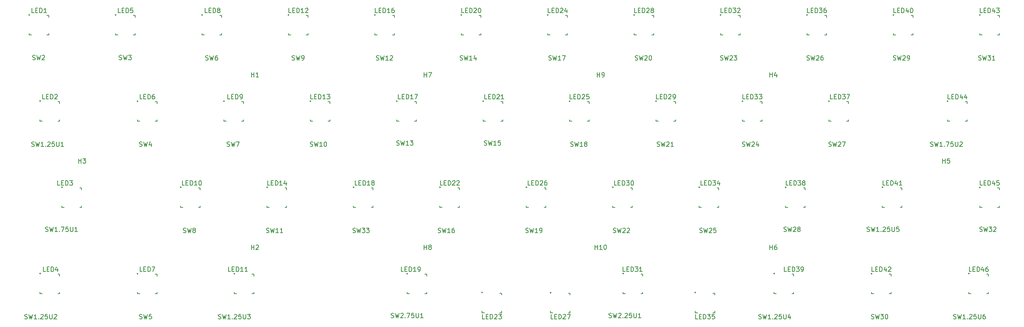
<source format=gbr>
G04 #@! TF.GenerationSoftware,KiCad,Pcbnew,(5.0.2)-1*
G04 #@! TF.CreationDate,2019-04-19T09:09:22-07:00*
G04 #@! TF.ProjectId,AngularRGB,416e6775-6c61-4725-9247-422e6b696361,v1.0*
G04 #@! TF.SameCoordinates,Original*
G04 #@! TF.FileFunction,Legend,Top*
G04 #@! TF.FilePolarity,Positive*
%FSLAX46Y46*%
G04 Gerber Fmt 4.6, Leading zero omitted, Abs format (unit mm)*
G04 Created by KiCad (PCBNEW (5.0.2)-1) date 2019-04-19 9:09:22 AM*
%MOMM*%
%LPD*%
G01*
G04 APERTURE LIST*
%ADD10C,0.150000*%
G04 APERTURE END LIST*
D10*
G04 #@! TO.C,LED1*
X46710600Y-61010800D02*
X46710600Y-61264800D01*
X46710600Y-61264800D02*
X46710600Y-61391800D01*
X46710600Y-61391800D02*
X46329600Y-61391800D01*
X42900600Y-61391800D02*
X42392600Y-61391800D01*
X42392600Y-61391800D02*
X42392600Y-61010800D01*
X46710600Y-57454800D02*
X46710600Y-57073800D01*
X46710600Y-57073800D02*
X46329600Y-57073800D01*
X42519600Y-56946800D02*
G75*
G03X42519600Y-56946800I-127000J0D01*
G01*
G04 #@! TO.C,LED5*
X65760600Y-61010800D02*
X65760600Y-61264800D01*
X65760600Y-61264800D02*
X65760600Y-61391800D01*
X65760600Y-61391800D02*
X65379600Y-61391800D01*
X61950600Y-61391800D02*
X61442600Y-61391800D01*
X61442600Y-61391800D02*
X61442600Y-61010800D01*
X65760600Y-57454800D02*
X65760600Y-57073800D01*
X65760600Y-57073800D02*
X65379600Y-57073800D01*
X61569600Y-56946800D02*
G75*
G03X61569600Y-56946800I-127000J0D01*
G01*
G04 #@! TO.C,LED8*
X80619600Y-56946800D02*
G75*
G03X80619600Y-56946800I-127000J0D01*
G01*
X84810600Y-57073800D02*
X84429600Y-57073800D01*
X84810600Y-57454800D02*
X84810600Y-57073800D01*
X80492600Y-61391800D02*
X80492600Y-61010800D01*
X81000600Y-61391800D02*
X80492600Y-61391800D01*
X84810600Y-61391800D02*
X84429600Y-61391800D01*
X84810600Y-61264800D02*
X84810600Y-61391800D01*
X84810600Y-61010800D02*
X84810600Y-61264800D01*
G04 #@! TO.C,LED12*
X103860600Y-61010800D02*
X103860600Y-61264800D01*
X103860600Y-61264800D02*
X103860600Y-61391800D01*
X103860600Y-61391800D02*
X103479600Y-61391800D01*
X100050600Y-61391800D02*
X99542600Y-61391800D01*
X99542600Y-61391800D02*
X99542600Y-61010800D01*
X103860600Y-57454800D02*
X103860600Y-57073800D01*
X103860600Y-57073800D02*
X103479600Y-57073800D01*
X99669600Y-56946800D02*
G75*
G03X99669600Y-56946800I-127000J0D01*
G01*
G04 #@! TO.C,LED16*
X118719600Y-56946800D02*
G75*
G03X118719600Y-56946800I-127000J0D01*
G01*
X122910600Y-57073800D02*
X122529600Y-57073800D01*
X122910600Y-57454800D02*
X122910600Y-57073800D01*
X118592600Y-61391800D02*
X118592600Y-61010800D01*
X119100600Y-61391800D02*
X118592600Y-61391800D01*
X122910600Y-61391800D02*
X122529600Y-61391800D01*
X122910600Y-61264800D02*
X122910600Y-61391800D01*
X122910600Y-61010800D02*
X122910600Y-61264800D01*
G04 #@! TO.C,LED20*
X141960600Y-61010800D02*
X141960600Y-61264800D01*
X141960600Y-61264800D02*
X141960600Y-61391800D01*
X141960600Y-61391800D02*
X141579600Y-61391800D01*
X138150600Y-61391800D02*
X137642600Y-61391800D01*
X137642600Y-61391800D02*
X137642600Y-61010800D01*
X141960600Y-57454800D02*
X141960600Y-57073800D01*
X141960600Y-57073800D02*
X141579600Y-57073800D01*
X137769600Y-56946800D02*
G75*
G03X137769600Y-56946800I-127000J0D01*
G01*
G04 #@! TO.C,LED24*
X156819600Y-56946800D02*
G75*
G03X156819600Y-56946800I-127000J0D01*
G01*
X161010600Y-57073800D02*
X160629600Y-57073800D01*
X161010600Y-57454800D02*
X161010600Y-57073800D01*
X156692600Y-61391800D02*
X156692600Y-61010800D01*
X157200600Y-61391800D02*
X156692600Y-61391800D01*
X161010600Y-61391800D02*
X160629600Y-61391800D01*
X161010600Y-61264800D02*
X161010600Y-61391800D01*
X161010600Y-61010800D02*
X161010600Y-61264800D01*
G04 #@! TO.C,LED28*
X180060600Y-61010800D02*
X180060600Y-61264800D01*
X180060600Y-61264800D02*
X180060600Y-61391800D01*
X180060600Y-61391800D02*
X179679600Y-61391800D01*
X176250600Y-61391800D02*
X175742600Y-61391800D01*
X175742600Y-61391800D02*
X175742600Y-61010800D01*
X180060600Y-57454800D02*
X180060600Y-57073800D01*
X180060600Y-57073800D02*
X179679600Y-57073800D01*
X175869600Y-56946800D02*
G75*
G03X175869600Y-56946800I-127000J0D01*
G01*
G04 #@! TO.C,LED32*
X194919600Y-56946800D02*
G75*
G03X194919600Y-56946800I-127000J0D01*
G01*
X199110600Y-57073800D02*
X198729600Y-57073800D01*
X199110600Y-57454800D02*
X199110600Y-57073800D01*
X194792600Y-61391800D02*
X194792600Y-61010800D01*
X195300600Y-61391800D02*
X194792600Y-61391800D01*
X199110600Y-61391800D02*
X198729600Y-61391800D01*
X199110600Y-61264800D02*
X199110600Y-61391800D01*
X199110600Y-61010800D02*
X199110600Y-61264800D01*
G04 #@! TO.C,LED36*
X218160600Y-61010800D02*
X218160600Y-61264800D01*
X218160600Y-61264800D02*
X218160600Y-61391800D01*
X218160600Y-61391800D02*
X217779600Y-61391800D01*
X214350600Y-61391800D02*
X213842600Y-61391800D01*
X213842600Y-61391800D02*
X213842600Y-61010800D01*
X218160600Y-57454800D02*
X218160600Y-57073800D01*
X218160600Y-57073800D02*
X217779600Y-57073800D01*
X213969600Y-56946800D02*
G75*
G03X213969600Y-56946800I-127000J0D01*
G01*
G04 #@! TO.C,LED40*
X233019600Y-56946800D02*
G75*
G03X233019600Y-56946800I-127000J0D01*
G01*
X237210600Y-57073800D02*
X236829600Y-57073800D01*
X237210600Y-57454800D02*
X237210600Y-57073800D01*
X232892600Y-61391800D02*
X232892600Y-61010800D01*
X233400600Y-61391800D02*
X232892600Y-61391800D01*
X237210600Y-61391800D02*
X236829600Y-61391800D01*
X237210600Y-61264800D02*
X237210600Y-61391800D01*
X237210600Y-61010800D02*
X237210600Y-61264800D01*
G04 #@! TO.C,LED43*
X256260600Y-61010800D02*
X256260600Y-61264800D01*
X256260600Y-61264800D02*
X256260600Y-61391800D01*
X256260600Y-61391800D02*
X255879600Y-61391800D01*
X252450600Y-61391800D02*
X251942600Y-61391800D01*
X251942600Y-61391800D02*
X251942600Y-61010800D01*
X256260600Y-57454800D02*
X256260600Y-57073800D01*
X256260600Y-57073800D02*
X255879600Y-57073800D01*
X252069600Y-56946800D02*
G75*
G03X252069600Y-56946800I-127000J0D01*
G01*
G04 #@! TO.C,LED2*
X49123600Y-80060800D02*
X49123600Y-80314800D01*
X49123600Y-80314800D02*
X49123600Y-80441800D01*
X49123600Y-80441800D02*
X48742600Y-80441800D01*
X45313600Y-80441800D02*
X44805600Y-80441800D01*
X44805600Y-80441800D02*
X44805600Y-80060800D01*
X49123600Y-76504800D02*
X49123600Y-76123800D01*
X49123600Y-76123800D02*
X48742600Y-76123800D01*
X44932600Y-75996800D02*
G75*
G03X44932600Y-75996800I-127000J0D01*
G01*
G04 #@! TO.C,LED6*
X66395600Y-75996800D02*
G75*
G03X66395600Y-75996800I-127000J0D01*
G01*
X70586600Y-76123800D02*
X70205600Y-76123800D01*
X70586600Y-76504800D02*
X70586600Y-76123800D01*
X66268600Y-80441800D02*
X66268600Y-80060800D01*
X66776600Y-80441800D02*
X66268600Y-80441800D01*
X70586600Y-80441800D02*
X70205600Y-80441800D01*
X70586600Y-80314800D02*
X70586600Y-80441800D01*
X70586600Y-80060800D02*
X70586600Y-80314800D01*
G04 #@! TO.C,LED9*
X89636600Y-80060800D02*
X89636600Y-80314800D01*
X89636600Y-80314800D02*
X89636600Y-80441800D01*
X89636600Y-80441800D02*
X89255600Y-80441800D01*
X85826600Y-80441800D02*
X85318600Y-80441800D01*
X85318600Y-80441800D02*
X85318600Y-80060800D01*
X89636600Y-76504800D02*
X89636600Y-76123800D01*
X89636600Y-76123800D02*
X89255600Y-76123800D01*
X85445600Y-75996800D02*
G75*
G03X85445600Y-75996800I-127000J0D01*
G01*
G04 #@! TO.C,LED13*
X104495600Y-75996800D02*
G75*
G03X104495600Y-75996800I-127000J0D01*
G01*
X108686600Y-76123800D02*
X108305600Y-76123800D01*
X108686600Y-76504800D02*
X108686600Y-76123800D01*
X104368600Y-80441800D02*
X104368600Y-80060800D01*
X104876600Y-80441800D02*
X104368600Y-80441800D01*
X108686600Y-80441800D02*
X108305600Y-80441800D01*
X108686600Y-80314800D02*
X108686600Y-80441800D01*
X108686600Y-80060800D02*
X108686600Y-80314800D01*
G04 #@! TO.C,LED17*
X127736600Y-80060800D02*
X127736600Y-80314800D01*
X127736600Y-80314800D02*
X127736600Y-80441800D01*
X127736600Y-80441800D02*
X127355600Y-80441800D01*
X123926600Y-80441800D02*
X123418600Y-80441800D01*
X123418600Y-80441800D02*
X123418600Y-80060800D01*
X127736600Y-76504800D02*
X127736600Y-76123800D01*
X127736600Y-76123800D02*
X127355600Y-76123800D01*
X123545600Y-75996800D02*
G75*
G03X123545600Y-75996800I-127000J0D01*
G01*
G04 #@! TO.C,LED21*
X142595600Y-75996800D02*
G75*
G03X142595600Y-75996800I-127000J0D01*
G01*
X146786600Y-76123800D02*
X146405600Y-76123800D01*
X146786600Y-76504800D02*
X146786600Y-76123800D01*
X142468600Y-80441800D02*
X142468600Y-80060800D01*
X142976600Y-80441800D02*
X142468600Y-80441800D01*
X146786600Y-80441800D02*
X146405600Y-80441800D01*
X146786600Y-80314800D02*
X146786600Y-80441800D01*
X146786600Y-80060800D02*
X146786600Y-80314800D01*
G04 #@! TO.C,LED25*
X165836600Y-80060800D02*
X165836600Y-80314800D01*
X165836600Y-80314800D02*
X165836600Y-80441800D01*
X165836600Y-80441800D02*
X165455600Y-80441800D01*
X162026600Y-80441800D02*
X161518600Y-80441800D01*
X161518600Y-80441800D02*
X161518600Y-80060800D01*
X165836600Y-76504800D02*
X165836600Y-76123800D01*
X165836600Y-76123800D02*
X165455600Y-76123800D01*
X161645600Y-75996800D02*
G75*
G03X161645600Y-75996800I-127000J0D01*
G01*
G04 #@! TO.C,LED29*
X180695600Y-75996800D02*
G75*
G03X180695600Y-75996800I-127000J0D01*
G01*
X184886600Y-76123800D02*
X184505600Y-76123800D01*
X184886600Y-76504800D02*
X184886600Y-76123800D01*
X180568600Y-80441800D02*
X180568600Y-80060800D01*
X181076600Y-80441800D02*
X180568600Y-80441800D01*
X184886600Y-80441800D02*
X184505600Y-80441800D01*
X184886600Y-80314800D02*
X184886600Y-80441800D01*
X184886600Y-80060800D02*
X184886600Y-80314800D01*
G04 #@! TO.C,LED33*
X203936600Y-80060800D02*
X203936600Y-80314800D01*
X203936600Y-80314800D02*
X203936600Y-80441800D01*
X203936600Y-80441800D02*
X203555600Y-80441800D01*
X200126600Y-80441800D02*
X199618600Y-80441800D01*
X199618600Y-80441800D02*
X199618600Y-80060800D01*
X203936600Y-76504800D02*
X203936600Y-76123800D01*
X203936600Y-76123800D02*
X203555600Y-76123800D01*
X199745600Y-75996800D02*
G75*
G03X199745600Y-75996800I-127000J0D01*
G01*
G04 #@! TO.C,LED37*
X218795600Y-75996800D02*
G75*
G03X218795600Y-75996800I-127000J0D01*
G01*
X222986600Y-76123800D02*
X222605600Y-76123800D01*
X222986600Y-76504800D02*
X222986600Y-76123800D01*
X218668600Y-80441800D02*
X218668600Y-80060800D01*
X219176600Y-80441800D02*
X218668600Y-80441800D01*
X222986600Y-80441800D02*
X222605600Y-80441800D01*
X222986600Y-80314800D02*
X222986600Y-80441800D01*
X222986600Y-80060800D02*
X222986600Y-80314800D01*
G04 #@! TO.C,LED44*
X249148600Y-80060800D02*
X249148600Y-80314800D01*
X249148600Y-80314800D02*
X249148600Y-80441800D01*
X249148600Y-80441800D02*
X248767600Y-80441800D01*
X245338600Y-80441800D02*
X244830600Y-80441800D01*
X244830600Y-80441800D02*
X244830600Y-80060800D01*
X249148600Y-76504800D02*
X249148600Y-76123800D01*
X249148600Y-76123800D02*
X248767600Y-76123800D01*
X244957600Y-75996800D02*
G75*
G03X244957600Y-75996800I-127000J0D01*
G01*
G04 #@! TO.C,LED3*
X49758600Y-95046800D02*
G75*
G03X49758600Y-95046800I-127000J0D01*
G01*
X53949600Y-95173800D02*
X53568600Y-95173800D01*
X53949600Y-95554800D02*
X53949600Y-95173800D01*
X49631600Y-99491800D02*
X49631600Y-99110800D01*
X50139600Y-99491800D02*
X49631600Y-99491800D01*
X53949600Y-99491800D02*
X53568600Y-99491800D01*
X53949600Y-99364800D02*
X53949600Y-99491800D01*
X53949600Y-99110800D02*
X53949600Y-99364800D01*
G04 #@! TO.C,LED10*
X75920600Y-95046800D02*
G75*
G03X75920600Y-95046800I-127000J0D01*
G01*
X80111600Y-95173800D02*
X79730600Y-95173800D01*
X80111600Y-95554800D02*
X80111600Y-95173800D01*
X75793600Y-99491800D02*
X75793600Y-99110800D01*
X76301600Y-99491800D02*
X75793600Y-99491800D01*
X80111600Y-99491800D02*
X79730600Y-99491800D01*
X80111600Y-99364800D02*
X80111600Y-99491800D01*
X80111600Y-99110800D02*
X80111600Y-99364800D01*
G04 #@! TO.C,LED14*
X99161600Y-99110800D02*
X99161600Y-99364800D01*
X99161600Y-99364800D02*
X99161600Y-99491800D01*
X99161600Y-99491800D02*
X98780600Y-99491800D01*
X95351600Y-99491800D02*
X94843600Y-99491800D01*
X94843600Y-99491800D02*
X94843600Y-99110800D01*
X99161600Y-95554800D02*
X99161600Y-95173800D01*
X99161600Y-95173800D02*
X98780600Y-95173800D01*
X94970600Y-95046800D02*
G75*
G03X94970600Y-95046800I-127000J0D01*
G01*
G04 #@! TO.C,LED18*
X114020600Y-95046800D02*
G75*
G03X114020600Y-95046800I-127000J0D01*
G01*
X118211600Y-95173800D02*
X117830600Y-95173800D01*
X118211600Y-95554800D02*
X118211600Y-95173800D01*
X113893600Y-99491800D02*
X113893600Y-99110800D01*
X114401600Y-99491800D02*
X113893600Y-99491800D01*
X118211600Y-99491800D02*
X117830600Y-99491800D01*
X118211600Y-99364800D02*
X118211600Y-99491800D01*
X118211600Y-99110800D02*
X118211600Y-99364800D01*
G04 #@! TO.C,LED22*
X137261600Y-99110800D02*
X137261600Y-99364800D01*
X137261600Y-99364800D02*
X137261600Y-99491800D01*
X137261600Y-99491800D02*
X136880600Y-99491800D01*
X133451600Y-99491800D02*
X132943600Y-99491800D01*
X132943600Y-99491800D02*
X132943600Y-99110800D01*
X137261600Y-95554800D02*
X137261600Y-95173800D01*
X137261600Y-95173800D02*
X136880600Y-95173800D01*
X133070600Y-95046800D02*
G75*
G03X133070600Y-95046800I-127000J0D01*
G01*
G04 #@! TO.C,LED26*
X152120600Y-95046800D02*
G75*
G03X152120600Y-95046800I-127000J0D01*
G01*
X156311600Y-95173800D02*
X155930600Y-95173800D01*
X156311600Y-95554800D02*
X156311600Y-95173800D01*
X151993600Y-99491800D02*
X151993600Y-99110800D01*
X152501600Y-99491800D02*
X151993600Y-99491800D01*
X156311600Y-99491800D02*
X155930600Y-99491800D01*
X156311600Y-99364800D02*
X156311600Y-99491800D01*
X156311600Y-99110800D02*
X156311600Y-99364800D01*
G04 #@! TO.C,LED30*
X175361600Y-99110800D02*
X175361600Y-99364800D01*
X175361600Y-99364800D02*
X175361600Y-99491800D01*
X175361600Y-99491800D02*
X174980600Y-99491800D01*
X171551600Y-99491800D02*
X171043600Y-99491800D01*
X171043600Y-99491800D02*
X171043600Y-99110800D01*
X175361600Y-95554800D02*
X175361600Y-95173800D01*
X175361600Y-95173800D02*
X174980600Y-95173800D01*
X171170600Y-95046800D02*
G75*
G03X171170600Y-95046800I-127000J0D01*
G01*
G04 #@! TO.C,LED34*
X190220600Y-95046800D02*
G75*
G03X190220600Y-95046800I-127000J0D01*
G01*
X194411600Y-95173800D02*
X194030600Y-95173800D01*
X194411600Y-95554800D02*
X194411600Y-95173800D01*
X190093600Y-99491800D02*
X190093600Y-99110800D01*
X190601600Y-99491800D02*
X190093600Y-99491800D01*
X194411600Y-99491800D02*
X194030600Y-99491800D01*
X194411600Y-99364800D02*
X194411600Y-99491800D01*
X194411600Y-99110800D02*
X194411600Y-99364800D01*
G04 #@! TO.C,LED38*
X213461600Y-99110800D02*
X213461600Y-99364800D01*
X213461600Y-99364800D02*
X213461600Y-99491800D01*
X213461600Y-99491800D02*
X213080600Y-99491800D01*
X209651600Y-99491800D02*
X209143600Y-99491800D01*
X209143600Y-99491800D02*
X209143600Y-99110800D01*
X213461600Y-95554800D02*
X213461600Y-95173800D01*
X213461600Y-95173800D02*
X213080600Y-95173800D01*
X209270600Y-95046800D02*
G75*
G03X209270600Y-95046800I-127000J0D01*
G01*
G04 #@! TO.C,LED41*
X234797600Y-99110800D02*
X234797600Y-99364800D01*
X234797600Y-99364800D02*
X234797600Y-99491800D01*
X234797600Y-99491800D02*
X234416600Y-99491800D01*
X230987600Y-99491800D02*
X230479600Y-99491800D01*
X230479600Y-99491800D02*
X230479600Y-99110800D01*
X234797600Y-95554800D02*
X234797600Y-95173800D01*
X234797600Y-95173800D02*
X234416600Y-95173800D01*
X230606600Y-95046800D02*
G75*
G03X230606600Y-95046800I-127000J0D01*
G01*
G04 #@! TO.C,LED45*
X256260600Y-99110800D02*
X256260600Y-99364800D01*
X256260600Y-99364800D02*
X256260600Y-99491800D01*
X256260600Y-99491800D02*
X255879600Y-99491800D01*
X252450600Y-99491800D02*
X251942600Y-99491800D01*
X251942600Y-99491800D02*
X251942600Y-99110800D01*
X256260600Y-95554800D02*
X256260600Y-95173800D01*
X256260600Y-95173800D02*
X255879600Y-95173800D01*
X252069600Y-95046800D02*
G75*
G03X252069600Y-95046800I-127000J0D01*
G01*
G04 #@! TO.C,LED4*
X44932600Y-114096800D02*
G75*
G03X44932600Y-114096800I-127000J0D01*
G01*
X49123600Y-114223800D02*
X48742600Y-114223800D01*
X49123600Y-114604800D02*
X49123600Y-114223800D01*
X44805600Y-118541800D02*
X44805600Y-118160800D01*
X45313600Y-118541800D02*
X44805600Y-118541800D01*
X49123600Y-118541800D02*
X48742600Y-118541800D01*
X49123600Y-118414800D02*
X49123600Y-118541800D01*
X49123600Y-118160800D02*
X49123600Y-118414800D01*
G04 #@! TO.C,LED7*
X70586600Y-118160800D02*
X70586600Y-118414800D01*
X70586600Y-118414800D02*
X70586600Y-118541800D01*
X70586600Y-118541800D02*
X70205600Y-118541800D01*
X66776600Y-118541800D02*
X66268600Y-118541800D01*
X66268600Y-118541800D02*
X66268600Y-118160800D01*
X70586600Y-114604800D02*
X70586600Y-114223800D01*
X70586600Y-114223800D02*
X70205600Y-114223800D01*
X66395600Y-114096800D02*
G75*
G03X66395600Y-114096800I-127000J0D01*
G01*
G04 #@! TO.C,LED11*
X87731600Y-114096800D02*
G75*
G03X87731600Y-114096800I-127000J0D01*
G01*
X91922600Y-114223800D02*
X91541600Y-114223800D01*
X91922600Y-114604800D02*
X91922600Y-114223800D01*
X87604600Y-118541800D02*
X87604600Y-118160800D01*
X88112600Y-118541800D02*
X87604600Y-118541800D01*
X91922600Y-118541800D02*
X91541600Y-118541800D01*
X91922600Y-118414800D02*
X91922600Y-118541800D01*
X91922600Y-118160800D02*
X91922600Y-118414800D01*
G04 #@! TO.C,LED19*
X130022600Y-118160800D02*
X130022600Y-118414800D01*
X130022600Y-118414800D02*
X130022600Y-118541800D01*
X130022600Y-118541800D02*
X129641600Y-118541800D01*
X126212600Y-118541800D02*
X125704600Y-118541800D01*
X125704600Y-118541800D02*
X125704600Y-118160800D01*
X130022600Y-114604800D02*
X130022600Y-114223800D01*
X130022600Y-114223800D02*
X129641600Y-114223800D01*
X125831600Y-114096800D02*
G75*
G03X125831600Y-114096800I-127000J0D01*
G01*
G04 #@! TO.C,LED23*
X142341600Y-118287800D02*
G75*
G03X142341600Y-118287800I-127000J0D01*
G01*
X146532600Y-118414800D02*
X146151600Y-118414800D01*
X146532600Y-118795800D02*
X146532600Y-118414800D01*
X142214600Y-122732800D02*
X142214600Y-122351800D01*
X142722600Y-122732800D02*
X142214600Y-122732800D01*
X146532600Y-122732800D02*
X146151600Y-122732800D01*
X146532600Y-122605800D02*
X146532600Y-122732800D01*
X146532600Y-122351800D02*
X146532600Y-122605800D01*
G04 #@! TO.C,LED27*
X161645600Y-122351800D02*
X161645600Y-122605800D01*
X161645600Y-122605800D02*
X161645600Y-122732800D01*
X161645600Y-122732800D02*
X161264600Y-122732800D01*
X157835600Y-122732800D02*
X157327600Y-122732800D01*
X157327600Y-122732800D02*
X157327600Y-122351800D01*
X161645600Y-118795800D02*
X161645600Y-118414800D01*
X161645600Y-118414800D02*
X161264600Y-118414800D01*
X157454600Y-118287800D02*
G75*
G03X157454600Y-118287800I-127000J0D01*
G01*
G04 #@! TO.C,LED31*
X177647600Y-118160800D02*
X177647600Y-118414800D01*
X177647600Y-118414800D02*
X177647600Y-118541800D01*
X177647600Y-118541800D02*
X177266600Y-118541800D01*
X173837600Y-118541800D02*
X173329600Y-118541800D01*
X173329600Y-118541800D02*
X173329600Y-118160800D01*
X177647600Y-114604800D02*
X177647600Y-114223800D01*
X177647600Y-114223800D02*
X177266600Y-114223800D01*
X173456600Y-114096800D02*
G75*
G03X173456600Y-114096800I-127000J0D01*
G01*
G04 #@! TO.C,LED35*
X193522600Y-122351800D02*
X193522600Y-122605800D01*
X193522600Y-122605800D02*
X193522600Y-122732800D01*
X193522600Y-122732800D02*
X193141600Y-122732800D01*
X189712600Y-122732800D02*
X189204600Y-122732800D01*
X189204600Y-122732800D02*
X189204600Y-122351800D01*
X193522600Y-118795800D02*
X193522600Y-118414800D01*
X193522600Y-118414800D02*
X193141600Y-118414800D01*
X189331600Y-118287800D02*
G75*
G03X189331600Y-118287800I-127000J0D01*
G01*
G04 #@! TO.C,LED39*
X210921600Y-118160800D02*
X210921600Y-118414800D01*
X210921600Y-118414800D02*
X210921600Y-118541800D01*
X210921600Y-118541800D02*
X210540600Y-118541800D01*
X207111600Y-118541800D02*
X206603600Y-118541800D01*
X206603600Y-118541800D02*
X206603600Y-118160800D01*
X210921600Y-114604800D02*
X210921600Y-114223800D01*
X210921600Y-114223800D02*
X210540600Y-114223800D01*
X206730600Y-114096800D02*
G75*
G03X206730600Y-114096800I-127000J0D01*
G01*
G04 #@! TO.C,LED42*
X228193600Y-114096800D02*
G75*
G03X228193600Y-114096800I-127000J0D01*
G01*
X232384600Y-114223800D02*
X232003600Y-114223800D01*
X232384600Y-114604800D02*
X232384600Y-114223800D01*
X228066600Y-118541800D02*
X228066600Y-118160800D01*
X228574600Y-118541800D02*
X228066600Y-118541800D01*
X232384600Y-118541800D02*
X232003600Y-118541800D01*
X232384600Y-118414800D02*
X232384600Y-118541800D01*
X232384600Y-118160800D02*
X232384600Y-118414800D01*
G04 #@! TO.C,LED46*
X249656600Y-114096800D02*
G75*
G03X249656600Y-114096800I-127000J0D01*
G01*
X253847600Y-114223800D02*
X253466600Y-114223800D01*
X253847600Y-114604800D02*
X253847600Y-114223800D01*
X249529600Y-118541800D02*
X249529600Y-118160800D01*
X250037600Y-118541800D02*
X249529600Y-118541800D01*
X253847600Y-118541800D02*
X253466600Y-118541800D01*
X253847600Y-118414800D02*
X253847600Y-118541800D01*
X253847600Y-118160800D02*
X253847600Y-118414800D01*
G04 #@! TO.C,SW28*
X208731076Y-104722561D02*
X208873933Y-104770180D01*
X209112028Y-104770180D01*
X209207266Y-104722561D01*
X209254885Y-104674942D01*
X209302504Y-104579704D01*
X209302504Y-104484466D01*
X209254885Y-104389228D01*
X209207266Y-104341609D01*
X209112028Y-104293990D01*
X208921552Y-104246371D01*
X208826314Y-104198752D01*
X208778695Y-104151133D01*
X208731076Y-104055895D01*
X208731076Y-103960657D01*
X208778695Y-103865419D01*
X208826314Y-103817800D01*
X208921552Y-103770180D01*
X209159647Y-103770180D01*
X209302504Y-103817800D01*
X209635838Y-103770180D02*
X209873933Y-104770180D01*
X210064409Y-104055895D01*
X210254885Y-104770180D01*
X210492980Y-103770180D01*
X210826314Y-103865419D02*
X210873933Y-103817800D01*
X210969171Y-103770180D01*
X211207266Y-103770180D01*
X211302504Y-103817800D01*
X211350123Y-103865419D01*
X211397742Y-103960657D01*
X211397742Y-104055895D01*
X211350123Y-104198752D01*
X210778695Y-104770180D01*
X211397742Y-104770180D01*
X211969171Y-104198752D02*
X211873933Y-104151133D01*
X211826314Y-104103514D01*
X211778695Y-104008276D01*
X211778695Y-103960657D01*
X211826314Y-103865419D01*
X211873933Y-103817800D01*
X211969171Y-103770180D01*
X212159647Y-103770180D01*
X212254885Y-103817800D01*
X212302504Y-103865419D01*
X212350123Y-103960657D01*
X212350123Y-104008276D01*
X212302504Y-104103514D01*
X212254885Y-104151133D01*
X212159647Y-104198752D01*
X211969171Y-104198752D01*
X211873933Y-104246371D01*
X211826314Y-104293990D01*
X211778695Y-104389228D01*
X211778695Y-104579704D01*
X211826314Y-104674942D01*
X211873933Y-104722561D01*
X211969171Y-104770180D01*
X212159647Y-104770180D01*
X212254885Y-104722561D01*
X212302504Y-104674942D01*
X212350123Y-104579704D01*
X212350123Y-104389228D01*
X212302504Y-104293990D01*
X212254885Y-104246371D01*
X212159647Y-104198752D01*
G04 #@! TO.C,SW31*
X251657076Y-66876561D02*
X251799933Y-66924180D01*
X252038028Y-66924180D01*
X252133266Y-66876561D01*
X252180885Y-66828942D01*
X252228504Y-66733704D01*
X252228504Y-66638466D01*
X252180885Y-66543228D01*
X252133266Y-66495609D01*
X252038028Y-66447990D01*
X251847552Y-66400371D01*
X251752314Y-66352752D01*
X251704695Y-66305133D01*
X251657076Y-66209895D01*
X251657076Y-66114657D01*
X251704695Y-66019419D01*
X251752314Y-65971800D01*
X251847552Y-65924180D01*
X252085647Y-65924180D01*
X252228504Y-65971800D01*
X252561838Y-65924180D02*
X252799933Y-66924180D01*
X252990409Y-66209895D01*
X253180885Y-66924180D01*
X253418980Y-65924180D01*
X253704695Y-65924180D02*
X254323742Y-65924180D01*
X253990409Y-66305133D01*
X254133266Y-66305133D01*
X254228504Y-66352752D01*
X254276123Y-66400371D01*
X254323742Y-66495609D01*
X254323742Y-66733704D01*
X254276123Y-66828942D01*
X254228504Y-66876561D01*
X254133266Y-66924180D01*
X253847552Y-66924180D01*
X253752314Y-66876561D01*
X253704695Y-66828942D01*
X255276123Y-66924180D02*
X254704695Y-66924180D01*
X254990409Y-66924180D02*
X254990409Y-65924180D01*
X254895171Y-66067038D01*
X254799933Y-66162276D01*
X254704695Y-66209895D01*
G04 #@! TO.C,SW2*
X43154766Y-66813061D02*
X43297623Y-66860680D01*
X43535719Y-66860680D01*
X43630957Y-66813061D01*
X43678576Y-66765442D01*
X43726195Y-66670204D01*
X43726195Y-66574966D01*
X43678576Y-66479728D01*
X43630957Y-66432109D01*
X43535719Y-66384490D01*
X43345242Y-66336871D01*
X43250004Y-66289252D01*
X43202385Y-66241633D01*
X43154766Y-66146395D01*
X43154766Y-66051157D01*
X43202385Y-65955919D01*
X43250004Y-65908300D01*
X43345242Y-65860680D01*
X43583338Y-65860680D01*
X43726195Y-65908300D01*
X44059528Y-65860680D02*
X44297623Y-66860680D01*
X44488100Y-66146395D01*
X44678576Y-66860680D01*
X44916671Y-65860680D01*
X45250004Y-65955919D02*
X45297623Y-65908300D01*
X45392861Y-65860680D01*
X45630957Y-65860680D01*
X45726195Y-65908300D01*
X45773814Y-65955919D01*
X45821433Y-66051157D01*
X45821433Y-66146395D01*
X45773814Y-66289252D01*
X45202385Y-66860680D01*
X45821433Y-66860680D01*
G04 #@! TO.C,SW3*
X62230166Y-66813061D02*
X62373023Y-66860680D01*
X62611119Y-66860680D01*
X62706357Y-66813061D01*
X62753976Y-66765442D01*
X62801595Y-66670204D01*
X62801595Y-66574966D01*
X62753976Y-66479728D01*
X62706357Y-66432109D01*
X62611119Y-66384490D01*
X62420642Y-66336871D01*
X62325404Y-66289252D01*
X62277785Y-66241633D01*
X62230166Y-66146395D01*
X62230166Y-66051157D01*
X62277785Y-65955919D01*
X62325404Y-65908300D01*
X62420642Y-65860680D01*
X62658738Y-65860680D01*
X62801595Y-65908300D01*
X63134928Y-65860680D02*
X63373023Y-66860680D01*
X63563500Y-66146395D01*
X63753976Y-66860680D01*
X63992071Y-65860680D01*
X64277785Y-65860680D02*
X64896833Y-65860680D01*
X64563500Y-66241633D01*
X64706357Y-66241633D01*
X64801595Y-66289252D01*
X64849214Y-66336871D01*
X64896833Y-66432109D01*
X64896833Y-66670204D01*
X64849214Y-66765442D01*
X64801595Y-66813061D01*
X64706357Y-66860680D01*
X64420642Y-66860680D01*
X64325404Y-66813061D01*
X64277785Y-66765442D01*
G04 #@! TO.C,SW4*
X66713266Y-85926561D02*
X66856123Y-85974180D01*
X67094219Y-85974180D01*
X67189457Y-85926561D01*
X67237076Y-85878942D01*
X67284695Y-85783704D01*
X67284695Y-85688466D01*
X67237076Y-85593228D01*
X67189457Y-85545609D01*
X67094219Y-85497990D01*
X66903742Y-85450371D01*
X66808504Y-85402752D01*
X66760885Y-85355133D01*
X66713266Y-85259895D01*
X66713266Y-85164657D01*
X66760885Y-85069419D01*
X66808504Y-85021800D01*
X66903742Y-84974180D01*
X67141838Y-84974180D01*
X67284695Y-85021800D01*
X67618028Y-84974180D02*
X67856123Y-85974180D01*
X68046600Y-85259895D01*
X68237076Y-85974180D01*
X68475171Y-84974180D01*
X69284695Y-85307514D02*
X69284695Y-85974180D01*
X69046600Y-84926561D02*
X68808504Y-85640847D01*
X69427552Y-85640847D01*
G04 #@! TO.C,SW5*
X66713266Y-124026561D02*
X66856123Y-124074180D01*
X67094219Y-124074180D01*
X67189457Y-124026561D01*
X67237076Y-123978942D01*
X67284695Y-123883704D01*
X67284695Y-123788466D01*
X67237076Y-123693228D01*
X67189457Y-123645609D01*
X67094219Y-123597990D01*
X66903742Y-123550371D01*
X66808504Y-123502752D01*
X66760885Y-123455133D01*
X66713266Y-123359895D01*
X66713266Y-123264657D01*
X66760885Y-123169419D01*
X66808504Y-123121800D01*
X66903742Y-123074180D01*
X67141838Y-123074180D01*
X67284695Y-123121800D01*
X67618028Y-123074180D02*
X67856123Y-124074180D01*
X68046600Y-123359895D01*
X68237076Y-124074180D01*
X68475171Y-123074180D01*
X69332314Y-123074180D02*
X68856123Y-123074180D01*
X68808504Y-123550371D01*
X68856123Y-123502752D01*
X68951361Y-123455133D01*
X69189457Y-123455133D01*
X69284695Y-123502752D01*
X69332314Y-123550371D01*
X69379933Y-123645609D01*
X69379933Y-123883704D01*
X69332314Y-123978942D01*
X69284695Y-124026561D01*
X69189457Y-124074180D01*
X68951361Y-124074180D01*
X68856123Y-124026561D01*
X68808504Y-123978942D01*
G04 #@! TO.C,SW6*
X81280166Y-66876561D02*
X81423023Y-66924180D01*
X81661119Y-66924180D01*
X81756357Y-66876561D01*
X81803976Y-66828942D01*
X81851595Y-66733704D01*
X81851595Y-66638466D01*
X81803976Y-66543228D01*
X81756357Y-66495609D01*
X81661119Y-66447990D01*
X81470642Y-66400371D01*
X81375404Y-66352752D01*
X81327785Y-66305133D01*
X81280166Y-66209895D01*
X81280166Y-66114657D01*
X81327785Y-66019419D01*
X81375404Y-65971800D01*
X81470642Y-65924180D01*
X81708738Y-65924180D01*
X81851595Y-65971800D01*
X82184928Y-65924180D02*
X82423023Y-66924180D01*
X82613500Y-66209895D01*
X82803976Y-66924180D01*
X83042071Y-65924180D01*
X83851595Y-65924180D02*
X83661119Y-65924180D01*
X83565880Y-65971800D01*
X83518261Y-66019419D01*
X83423023Y-66162276D01*
X83375404Y-66352752D01*
X83375404Y-66733704D01*
X83423023Y-66828942D01*
X83470642Y-66876561D01*
X83565880Y-66924180D01*
X83756357Y-66924180D01*
X83851595Y-66876561D01*
X83899214Y-66828942D01*
X83946833Y-66733704D01*
X83946833Y-66495609D01*
X83899214Y-66400371D01*
X83851595Y-66352752D01*
X83756357Y-66305133D01*
X83565880Y-66305133D01*
X83470642Y-66352752D01*
X83423023Y-66400371D01*
X83375404Y-66495609D01*
G04 #@! TO.C,SW7*
X86017266Y-85926561D02*
X86160123Y-85974180D01*
X86398219Y-85974180D01*
X86493457Y-85926561D01*
X86541076Y-85878942D01*
X86588695Y-85783704D01*
X86588695Y-85688466D01*
X86541076Y-85593228D01*
X86493457Y-85545609D01*
X86398219Y-85497990D01*
X86207742Y-85450371D01*
X86112504Y-85402752D01*
X86064885Y-85355133D01*
X86017266Y-85259895D01*
X86017266Y-85164657D01*
X86064885Y-85069419D01*
X86112504Y-85021800D01*
X86207742Y-84974180D01*
X86445838Y-84974180D01*
X86588695Y-85021800D01*
X86922028Y-84974180D02*
X87160123Y-85974180D01*
X87350600Y-85259895D01*
X87541076Y-85974180D01*
X87779171Y-84974180D01*
X88064885Y-84974180D02*
X88731552Y-84974180D01*
X88302980Y-85974180D01*
G04 #@! TO.C,SW8*
X76365266Y-104976561D02*
X76508123Y-105024180D01*
X76746219Y-105024180D01*
X76841457Y-104976561D01*
X76889076Y-104928942D01*
X76936695Y-104833704D01*
X76936695Y-104738466D01*
X76889076Y-104643228D01*
X76841457Y-104595609D01*
X76746219Y-104547990D01*
X76555742Y-104500371D01*
X76460504Y-104452752D01*
X76412885Y-104405133D01*
X76365266Y-104309895D01*
X76365266Y-104214657D01*
X76412885Y-104119419D01*
X76460504Y-104071800D01*
X76555742Y-104024180D01*
X76793838Y-104024180D01*
X76936695Y-104071800D01*
X77270028Y-104024180D02*
X77508123Y-105024180D01*
X77698600Y-104309895D01*
X77889076Y-105024180D01*
X78127171Y-104024180D01*
X78650980Y-104452752D02*
X78555742Y-104405133D01*
X78508123Y-104357514D01*
X78460504Y-104262276D01*
X78460504Y-104214657D01*
X78508123Y-104119419D01*
X78555742Y-104071800D01*
X78650980Y-104024180D01*
X78841457Y-104024180D01*
X78936695Y-104071800D01*
X78984314Y-104119419D01*
X79031933Y-104214657D01*
X79031933Y-104262276D01*
X78984314Y-104357514D01*
X78936695Y-104405133D01*
X78841457Y-104452752D01*
X78650980Y-104452752D01*
X78555742Y-104500371D01*
X78508123Y-104547990D01*
X78460504Y-104643228D01*
X78460504Y-104833704D01*
X78508123Y-104928942D01*
X78555742Y-104976561D01*
X78650980Y-105024180D01*
X78841457Y-105024180D01*
X78936695Y-104976561D01*
X78984314Y-104928942D01*
X79031933Y-104833704D01*
X79031933Y-104643228D01*
X78984314Y-104547990D01*
X78936695Y-104500371D01*
X78841457Y-104452752D01*
G04 #@! TO.C,SW9*
X100330166Y-66876561D02*
X100473023Y-66924180D01*
X100711119Y-66924180D01*
X100806357Y-66876561D01*
X100853976Y-66828942D01*
X100901595Y-66733704D01*
X100901595Y-66638466D01*
X100853976Y-66543228D01*
X100806357Y-66495609D01*
X100711119Y-66447990D01*
X100520642Y-66400371D01*
X100425404Y-66352752D01*
X100377785Y-66305133D01*
X100330166Y-66209895D01*
X100330166Y-66114657D01*
X100377785Y-66019419D01*
X100425404Y-65971800D01*
X100520642Y-65924180D01*
X100758738Y-65924180D01*
X100901595Y-65971800D01*
X101234928Y-65924180D02*
X101473023Y-66924180D01*
X101663500Y-66209895D01*
X101853976Y-66924180D01*
X102092071Y-65924180D01*
X102520642Y-66924180D02*
X102711119Y-66924180D01*
X102806357Y-66876561D01*
X102853976Y-66828942D01*
X102949214Y-66686085D01*
X102996833Y-66495609D01*
X102996833Y-66114657D01*
X102949214Y-66019419D01*
X102901595Y-65971800D01*
X102806357Y-65924180D01*
X102615880Y-65924180D01*
X102520642Y-65971800D01*
X102473023Y-66019419D01*
X102425404Y-66114657D01*
X102425404Y-66352752D01*
X102473023Y-66447990D01*
X102520642Y-66495609D01*
X102615880Y-66543228D01*
X102806357Y-66543228D01*
X102901595Y-66495609D01*
X102949214Y-66447990D01*
X102996833Y-66352752D01*
G04 #@! TO.C,SW10*
X104337076Y-85926561D02*
X104479933Y-85974180D01*
X104718028Y-85974180D01*
X104813266Y-85926561D01*
X104860885Y-85878942D01*
X104908504Y-85783704D01*
X104908504Y-85688466D01*
X104860885Y-85593228D01*
X104813266Y-85545609D01*
X104718028Y-85497990D01*
X104527552Y-85450371D01*
X104432314Y-85402752D01*
X104384695Y-85355133D01*
X104337076Y-85259895D01*
X104337076Y-85164657D01*
X104384695Y-85069419D01*
X104432314Y-85021800D01*
X104527552Y-84974180D01*
X104765647Y-84974180D01*
X104908504Y-85021800D01*
X105241838Y-84974180D02*
X105479933Y-85974180D01*
X105670409Y-85259895D01*
X105860885Y-85974180D01*
X106098980Y-84974180D01*
X107003742Y-85974180D02*
X106432314Y-85974180D01*
X106718028Y-85974180D02*
X106718028Y-84974180D01*
X106622790Y-85117038D01*
X106527552Y-85212276D01*
X106432314Y-85259895D01*
X107622790Y-84974180D02*
X107718028Y-84974180D01*
X107813266Y-85021800D01*
X107860885Y-85069419D01*
X107908504Y-85164657D01*
X107956123Y-85355133D01*
X107956123Y-85593228D01*
X107908504Y-85783704D01*
X107860885Y-85878942D01*
X107813266Y-85926561D01*
X107718028Y-85974180D01*
X107622790Y-85974180D01*
X107527552Y-85926561D01*
X107479933Y-85878942D01*
X107432314Y-85783704D01*
X107384695Y-85593228D01*
X107384695Y-85355133D01*
X107432314Y-85164657D01*
X107479933Y-85069419D01*
X107527552Y-85021800D01*
X107622790Y-84974180D01*
G04 #@! TO.C,SW11*
X94685076Y-104976561D02*
X94827933Y-105024180D01*
X95066028Y-105024180D01*
X95161266Y-104976561D01*
X95208885Y-104928942D01*
X95256504Y-104833704D01*
X95256504Y-104738466D01*
X95208885Y-104643228D01*
X95161266Y-104595609D01*
X95066028Y-104547990D01*
X94875552Y-104500371D01*
X94780314Y-104452752D01*
X94732695Y-104405133D01*
X94685076Y-104309895D01*
X94685076Y-104214657D01*
X94732695Y-104119419D01*
X94780314Y-104071800D01*
X94875552Y-104024180D01*
X95113647Y-104024180D01*
X95256504Y-104071800D01*
X95589838Y-104024180D02*
X95827933Y-105024180D01*
X96018409Y-104309895D01*
X96208885Y-105024180D01*
X96446980Y-104024180D01*
X97351742Y-105024180D02*
X96780314Y-105024180D01*
X97066028Y-105024180D02*
X97066028Y-104024180D01*
X96970790Y-104167038D01*
X96875552Y-104262276D01*
X96780314Y-104309895D01*
X98304123Y-105024180D02*
X97732695Y-105024180D01*
X98018409Y-105024180D02*
X98018409Y-104024180D01*
X97923171Y-104167038D01*
X97827933Y-104262276D01*
X97732695Y-104309895D01*
G04 #@! TO.C,SW12*
X118903976Y-66876561D02*
X119046833Y-66924180D01*
X119284928Y-66924180D01*
X119380166Y-66876561D01*
X119427785Y-66828942D01*
X119475404Y-66733704D01*
X119475404Y-66638466D01*
X119427785Y-66543228D01*
X119380166Y-66495609D01*
X119284928Y-66447990D01*
X119094452Y-66400371D01*
X118999214Y-66352752D01*
X118951595Y-66305133D01*
X118903976Y-66209895D01*
X118903976Y-66114657D01*
X118951595Y-66019419D01*
X118999214Y-65971800D01*
X119094452Y-65924180D01*
X119332547Y-65924180D01*
X119475404Y-65971800D01*
X119808738Y-65924180D02*
X120046833Y-66924180D01*
X120237309Y-66209895D01*
X120427785Y-66924180D01*
X120665880Y-65924180D01*
X121570642Y-66924180D02*
X120999214Y-66924180D01*
X121284928Y-66924180D02*
X121284928Y-65924180D01*
X121189690Y-66067038D01*
X121094452Y-66162276D01*
X120999214Y-66209895D01*
X121951595Y-66019419D02*
X121999214Y-65971800D01*
X122094452Y-65924180D01*
X122332547Y-65924180D01*
X122427785Y-65971800D01*
X122475404Y-66019419D01*
X122523023Y-66114657D01*
X122523023Y-66209895D01*
X122475404Y-66352752D01*
X121903976Y-66924180D01*
X122523023Y-66924180D01*
G04 #@! TO.C,SW13*
X123387076Y-85672561D02*
X123529933Y-85720180D01*
X123768028Y-85720180D01*
X123863266Y-85672561D01*
X123910885Y-85624942D01*
X123958504Y-85529704D01*
X123958504Y-85434466D01*
X123910885Y-85339228D01*
X123863266Y-85291609D01*
X123768028Y-85243990D01*
X123577552Y-85196371D01*
X123482314Y-85148752D01*
X123434695Y-85101133D01*
X123387076Y-85005895D01*
X123387076Y-84910657D01*
X123434695Y-84815419D01*
X123482314Y-84767800D01*
X123577552Y-84720180D01*
X123815647Y-84720180D01*
X123958504Y-84767800D01*
X124291838Y-84720180D02*
X124529933Y-85720180D01*
X124720409Y-85005895D01*
X124910885Y-85720180D01*
X125148980Y-84720180D01*
X126053742Y-85720180D02*
X125482314Y-85720180D01*
X125768028Y-85720180D02*
X125768028Y-84720180D01*
X125672790Y-84863038D01*
X125577552Y-84958276D01*
X125482314Y-85005895D01*
X126387076Y-84720180D02*
X127006123Y-84720180D01*
X126672790Y-85101133D01*
X126815647Y-85101133D01*
X126910885Y-85148752D01*
X126958504Y-85196371D01*
X127006123Y-85291609D01*
X127006123Y-85529704D01*
X126958504Y-85624942D01*
X126910885Y-85672561D01*
X126815647Y-85720180D01*
X126529933Y-85720180D01*
X126434695Y-85672561D01*
X126387076Y-85624942D01*
G04 #@! TO.C,SW14*
X137357076Y-66876561D02*
X137499933Y-66924180D01*
X137738028Y-66924180D01*
X137833266Y-66876561D01*
X137880885Y-66828942D01*
X137928504Y-66733704D01*
X137928504Y-66638466D01*
X137880885Y-66543228D01*
X137833266Y-66495609D01*
X137738028Y-66447990D01*
X137547552Y-66400371D01*
X137452314Y-66352752D01*
X137404695Y-66305133D01*
X137357076Y-66209895D01*
X137357076Y-66114657D01*
X137404695Y-66019419D01*
X137452314Y-65971800D01*
X137547552Y-65924180D01*
X137785647Y-65924180D01*
X137928504Y-65971800D01*
X138261838Y-65924180D02*
X138499933Y-66924180D01*
X138690409Y-66209895D01*
X138880885Y-66924180D01*
X139118980Y-65924180D01*
X140023742Y-66924180D02*
X139452314Y-66924180D01*
X139738028Y-66924180D02*
X139738028Y-65924180D01*
X139642790Y-66067038D01*
X139547552Y-66162276D01*
X139452314Y-66209895D01*
X140880885Y-66257514D02*
X140880885Y-66924180D01*
X140642790Y-65876561D02*
X140404695Y-66590847D01*
X141023742Y-66590847D01*
G04 #@! TO.C,SW15*
X142691076Y-85672561D02*
X142833933Y-85720180D01*
X143072028Y-85720180D01*
X143167266Y-85672561D01*
X143214885Y-85624942D01*
X143262504Y-85529704D01*
X143262504Y-85434466D01*
X143214885Y-85339228D01*
X143167266Y-85291609D01*
X143072028Y-85243990D01*
X142881552Y-85196371D01*
X142786314Y-85148752D01*
X142738695Y-85101133D01*
X142691076Y-85005895D01*
X142691076Y-84910657D01*
X142738695Y-84815419D01*
X142786314Y-84767800D01*
X142881552Y-84720180D01*
X143119647Y-84720180D01*
X143262504Y-84767800D01*
X143595838Y-84720180D02*
X143833933Y-85720180D01*
X144024409Y-85005895D01*
X144214885Y-85720180D01*
X144452980Y-84720180D01*
X145357742Y-85720180D02*
X144786314Y-85720180D01*
X145072028Y-85720180D02*
X145072028Y-84720180D01*
X144976790Y-84863038D01*
X144881552Y-84958276D01*
X144786314Y-85005895D01*
X146262504Y-84720180D02*
X145786314Y-84720180D01*
X145738695Y-85196371D01*
X145786314Y-85148752D01*
X145881552Y-85101133D01*
X146119647Y-85101133D01*
X146214885Y-85148752D01*
X146262504Y-85196371D01*
X146310123Y-85291609D01*
X146310123Y-85529704D01*
X146262504Y-85624942D01*
X146214885Y-85672561D01*
X146119647Y-85720180D01*
X145881552Y-85720180D01*
X145786314Y-85672561D01*
X145738695Y-85624942D01*
G04 #@! TO.C,SW16*
X132531076Y-104976561D02*
X132673933Y-105024180D01*
X132912028Y-105024180D01*
X133007266Y-104976561D01*
X133054885Y-104928942D01*
X133102504Y-104833704D01*
X133102504Y-104738466D01*
X133054885Y-104643228D01*
X133007266Y-104595609D01*
X132912028Y-104547990D01*
X132721552Y-104500371D01*
X132626314Y-104452752D01*
X132578695Y-104405133D01*
X132531076Y-104309895D01*
X132531076Y-104214657D01*
X132578695Y-104119419D01*
X132626314Y-104071800D01*
X132721552Y-104024180D01*
X132959647Y-104024180D01*
X133102504Y-104071800D01*
X133435838Y-104024180D02*
X133673933Y-105024180D01*
X133864409Y-104309895D01*
X134054885Y-105024180D01*
X134292980Y-104024180D01*
X135197742Y-105024180D02*
X134626314Y-105024180D01*
X134912028Y-105024180D02*
X134912028Y-104024180D01*
X134816790Y-104167038D01*
X134721552Y-104262276D01*
X134626314Y-104309895D01*
X136054885Y-104024180D02*
X135864409Y-104024180D01*
X135769171Y-104071800D01*
X135721552Y-104119419D01*
X135626314Y-104262276D01*
X135578695Y-104452752D01*
X135578695Y-104833704D01*
X135626314Y-104928942D01*
X135673933Y-104976561D01*
X135769171Y-105024180D01*
X135959647Y-105024180D01*
X136054885Y-104976561D01*
X136102504Y-104928942D01*
X136150123Y-104833704D01*
X136150123Y-104595609D01*
X136102504Y-104500371D01*
X136054885Y-104452752D01*
X135959647Y-104405133D01*
X135769171Y-104405133D01*
X135673933Y-104452752D01*
X135626314Y-104500371D01*
X135578695Y-104595609D01*
G04 #@! TO.C,SW17*
X156915076Y-66876561D02*
X157057933Y-66924180D01*
X157296028Y-66924180D01*
X157391266Y-66876561D01*
X157438885Y-66828942D01*
X157486504Y-66733704D01*
X157486504Y-66638466D01*
X157438885Y-66543228D01*
X157391266Y-66495609D01*
X157296028Y-66447990D01*
X157105552Y-66400371D01*
X157010314Y-66352752D01*
X156962695Y-66305133D01*
X156915076Y-66209895D01*
X156915076Y-66114657D01*
X156962695Y-66019419D01*
X157010314Y-65971800D01*
X157105552Y-65924180D01*
X157343647Y-65924180D01*
X157486504Y-65971800D01*
X157819838Y-65924180D02*
X158057933Y-66924180D01*
X158248409Y-66209895D01*
X158438885Y-66924180D01*
X158676980Y-65924180D01*
X159581742Y-66924180D02*
X159010314Y-66924180D01*
X159296028Y-66924180D02*
X159296028Y-65924180D01*
X159200790Y-66067038D01*
X159105552Y-66162276D01*
X159010314Y-66209895D01*
X159915076Y-65924180D02*
X160581742Y-65924180D01*
X160153171Y-66924180D01*
G04 #@! TO.C,SW18*
X161741076Y-85926561D02*
X161883933Y-85974180D01*
X162122028Y-85974180D01*
X162217266Y-85926561D01*
X162264885Y-85878942D01*
X162312504Y-85783704D01*
X162312504Y-85688466D01*
X162264885Y-85593228D01*
X162217266Y-85545609D01*
X162122028Y-85497990D01*
X161931552Y-85450371D01*
X161836314Y-85402752D01*
X161788695Y-85355133D01*
X161741076Y-85259895D01*
X161741076Y-85164657D01*
X161788695Y-85069419D01*
X161836314Y-85021800D01*
X161931552Y-84974180D01*
X162169647Y-84974180D01*
X162312504Y-85021800D01*
X162645838Y-84974180D02*
X162883933Y-85974180D01*
X163074409Y-85259895D01*
X163264885Y-85974180D01*
X163502980Y-84974180D01*
X164407742Y-85974180D02*
X163836314Y-85974180D01*
X164122028Y-85974180D02*
X164122028Y-84974180D01*
X164026790Y-85117038D01*
X163931552Y-85212276D01*
X163836314Y-85259895D01*
X164979171Y-85402752D02*
X164883933Y-85355133D01*
X164836314Y-85307514D01*
X164788695Y-85212276D01*
X164788695Y-85164657D01*
X164836314Y-85069419D01*
X164883933Y-85021800D01*
X164979171Y-84974180D01*
X165169647Y-84974180D01*
X165264885Y-85021800D01*
X165312504Y-85069419D01*
X165360123Y-85164657D01*
X165360123Y-85212276D01*
X165312504Y-85307514D01*
X165264885Y-85355133D01*
X165169647Y-85402752D01*
X164979171Y-85402752D01*
X164883933Y-85450371D01*
X164836314Y-85497990D01*
X164788695Y-85593228D01*
X164788695Y-85783704D01*
X164836314Y-85878942D01*
X164883933Y-85926561D01*
X164979171Y-85974180D01*
X165169647Y-85974180D01*
X165264885Y-85926561D01*
X165312504Y-85878942D01*
X165360123Y-85783704D01*
X165360123Y-85593228D01*
X165312504Y-85497990D01*
X165264885Y-85450371D01*
X165169647Y-85402752D01*
G04 #@! TO.C,SW19*
X151835076Y-104976561D02*
X151977933Y-105024180D01*
X152216028Y-105024180D01*
X152311266Y-104976561D01*
X152358885Y-104928942D01*
X152406504Y-104833704D01*
X152406504Y-104738466D01*
X152358885Y-104643228D01*
X152311266Y-104595609D01*
X152216028Y-104547990D01*
X152025552Y-104500371D01*
X151930314Y-104452752D01*
X151882695Y-104405133D01*
X151835076Y-104309895D01*
X151835076Y-104214657D01*
X151882695Y-104119419D01*
X151930314Y-104071800D01*
X152025552Y-104024180D01*
X152263647Y-104024180D01*
X152406504Y-104071800D01*
X152739838Y-104024180D02*
X152977933Y-105024180D01*
X153168409Y-104309895D01*
X153358885Y-105024180D01*
X153596980Y-104024180D01*
X154501742Y-105024180D02*
X153930314Y-105024180D01*
X154216028Y-105024180D02*
X154216028Y-104024180D01*
X154120790Y-104167038D01*
X154025552Y-104262276D01*
X153930314Y-104309895D01*
X154977933Y-105024180D02*
X155168409Y-105024180D01*
X155263647Y-104976561D01*
X155311266Y-104928942D01*
X155406504Y-104786085D01*
X155454123Y-104595609D01*
X155454123Y-104214657D01*
X155406504Y-104119419D01*
X155358885Y-104071800D01*
X155263647Y-104024180D01*
X155073171Y-104024180D01*
X154977933Y-104071800D01*
X154930314Y-104119419D01*
X154882695Y-104214657D01*
X154882695Y-104452752D01*
X154930314Y-104547990D01*
X154977933Y-104595609D01*
X155073171Y-104643228D01*
X155263647Y-104643228D01*
X155358885Y-104595609D01*
X155406504Y-104547990D01*
X155454123Y-104452752D01*
G04 #@! TO.C,SW20*
X175965076Y-66876561D02*
X176107933Y-66924180D01*
X176346028Y-66924180D01*
X176441266Y-66876561D01*
X176488885Y-66828942D01*
X176536504Y-66733704D01*
X176536504Y-66638466D01*
X176488885Y-66543228D01*
X176441266Y-66495609D01*
X176346028Y-66447990D01*
X176155552Y-66400371D01*
X176060314Y-66352752D01*
X176012695Y-66305133D01*
X175965076Y-66209895D01*
X175965076Y-66114657D01*
X176012695Y-66019419D01*
X176060314Y-65971800D01*
X176155552Y-65924180D01*
X176393647Y-65924180D01*
X176536504Y-65971800D01*
X176869838Y-65924180D02*
X177107933Y-66924180D01*
X177298409Y-66209895D01*
X177488885Y-66924180D01*
X177726980Y-65924180D01*
X178060314Y-66019419D02*
X178107933Y-65971800D01*
X178203171Y-65924180D01*
X178441266Y-65924180D01*
X178536504Y-65971800D01*
X178584123Y-66019419D01*
X178631742Y-66114657D01*
X178631742Y-66209895D01*
X178584123Y-66352752D01*
X178012695Y-66924180D01*
X178631742Y-66924180D01*
X179250790Y-65924180D02*
X179346028Y-65924180D01*
X179441266Y-65971800D01*
X179488885Y-66019419D01*
X179536504Y-66114657D01*
X179584123Y-66305133D01*
X179584123Y-66543228D01*
X179536504Y-66733704D01*
X179488885Y-66828942D01*
X179441266Y-66876561D01*
X179346028Y-66924180D01*
X179250790Y-66924180D01*
X179155552Y-66876561D01*
X179107933Y-66828942D01*
X179060314Y-66733704D01*
X179012695Y-66543228D01*
X179012695Y-66305133D01*
X179060314Y-66114657D01*
X179107933Y-66019419D01*
X179155552Y-65971800D01*
X179250790Y-65924180D01*
G04 #@! TO.C,SW21*
X180791076Y-85926561D02*
X180933933Y-85974180D01*
X181172028Y-85974180D01*
X181267266Y-85926561D01*
X181314885Y-85878942D01*
X181362504Y-85783704D01*
X181362504Y-85688466D01*
X181314885Y-85593228D01*
X181267266Y-85545609D01*
X181172028Y-85497990D01*
X180981552Y-85450371D01*
X180886314Y-85402752D01*
X180838695Y-85355133D01*
X180791076Y-85259895D01*
X180791076Y-85164657D01*
X180838695Y-85069419D01*
X180886314Y-85021800D01*
X180981552Y-84974180D01*
X181219647Y-84974180D01*
X181362504Y-85021800D01*
X181695838Y-84974180D02*
X181933933Y-85974180D01*
X182124409Y-85259895D01*
X182314885Y-85974180D01*
X182552980Y-84974180D01*
X182886314Y-85069419D02*
X182933933Y-85021800D01*
X183029171Y-84974180D01*
X183267266Y-84974180D01*
X183362504Y-85021800D01*
X183410123Y-85069419D01*
X183457742Y-85164657D01*
X183457742Y-85259895D01*
X183410123Y-85402752D01*
X182838695Y-85974180D01*
X183457742Y-85974180D01*
X184410123Y-85974180D02*
X183838695Y-85974180D01*
X184124409Y-85974180D02*
X184124409Y-84974180D01*
X184029171Y-85117038D01*
X183933933Y-85212276D01*
X183838695Y-85259895D01*
G04 #@! TO.C,SW22*
X171139076Y-104976561D02*
X171281933Y-105024180D01*
X171520028Y-105024180D01*
X171615266Y-104976561D01*
X171662885Y-104928942D01*
X171710504Y-104833704D01*
X171710504Y-104738466D01*
X171662885Y-104643228D01*
X171615266Y-104595609D01*
X171520028Y-104547990D01*
X171329552Y-104500371D01*
X171234314Y-104452752D01*
X171186695Y-104405133D01*
X171139076Y-104309895D01*
X171139076Y-104214657D01*
X171186695Y-104119419D01*
X171234314Y-104071800D01*
X171329552Y-104024180D01*
X171567647Y-104024180D01*
X171710504Y-104071800D01*
X172043838Y-104024180D02*
X172281933Y-105024180D01*
X172472409Y-104309895D01*
X172662885Y-105024180D01*
X172900980Y-104024180D01*
X173234314Y-104119419D02*
X173281933Y-104071800D01*
X173377171Y-104024180D01*
X173615266Y-104024180D01*
X173710504Y-104071800D01*
X173758123Y-104119419D01*
X173805742Y-104214657D01*
X173805742Y-104309895D01*
X173758123Y-104452752D01*
X173186695Y-105024180D01*
X173805742Y-105024180D01*
X174186695Y-104119419D02*
X174234314Y-104071800D01*
X174329552Y-104024180D01*
X174567647Y-104024180D01*
X174662885Y-104071800D01*
X174710504Y-104119419D01*
X174758123Y-104214657D01*
X174758123Y-104309895D01*
X174710504Y-104452752D01*
X174139076Y-105024180D01*
X174758123Y-105024180D01*
G04 #@! TO.C,SW23*
X194761076Y-66876561D02*
X194903933Y-66924180D01*
X195142028Y-66924180D01*
X195237266Y-66876561D01*
X195284885Y-66828942D01*
X195332504Y-66733704D01*
X195332504Y-66638466D01*
X195284885Y-66543228D01*
X195237266Y-66495609D01*
X195142028Y-66447990D01*
X194951552Y-66400371D01*
X194856314Y-66352752D01*
X194808695Y-66305133D01*
X194761076Y-66209895D01*
X194761076Y-66114657D01*
X194808695Y-66019419D01*
X194856314Y-65971800D01*
X194951552Y-65924180D01*
X195189647Y-65924180D01*
X195332504Y-65971800D01*
X195665838Y-65924180D02*
X195903933Y-66924180D01*
X196094409Y-66209895D01*
X196284885Y-66924180D01*
X196522980Y-65924180D01*
X196856314Y-66019419D02*
X196903933Y-65971800D01*
X196999171Y-65924180D01*
X197237266Y-65924180D01*
X197332504Y-65971800D01*
X197380123Y-66019419D01*
X197427742Y-66114657D01*
X197427742Y-66209895D01*
X197380123Y-66352752D01*
X196808695Y-66924180D01*
X197427742Y-66924180D01*
X197761076Y-65924180D02*
X198380123Y-65924180D01*
X198046790Y-66305133D01*
X198189647Y-66305133D01*
X198284885Y-66352752D01*
X198332504Y-66400371D01*
X198380123Y-66495609D01*
X198380123Y-66733704D01*
X198332504Y-66828942D01*
X198284885Y-66876561D01*
X198189647Y-66924180D01*
X197903933Y-66924180D01*
X197808695Y-66876561D01*
X197761076Y-66828942D01*
G04 #@! TO.C,SW24*
X199587076Y-85926561D02*
X199729933Y-85974180D01*
X199968028Y-85974180D01*
X200063266Y-85926561D01*
X200110885Y-85878942D01*
X200158504Y-85783704D01*
X200158504Y-85688466D01*
X200110885Y-85593228D01*
X200063266Y-85545609D01*
X199968028Y-85497990D01*
X199777552Y-85450371D01*
X199682314Y-85402752D01*
X199634695Y-85355133D01*
X199587076Y-85259895D01*
X199587076Y-85164657D01*
X199634695Y-85069419D01*
X199682314Y-85021800D01*
X199777552Y-84974180D01*
X200015647Y-84974180D01*
X200158504Y-85021800D01*
X200491838Y-84974180D02*
X200729933Y-85974180D01*
X200920409Y-85259895D01*
X201110885Y-85974180D01*
X201348980Y-84974180D01*
X201682314Y-85069419D02*
X201729933Y-85021800D01*
X201825171Y-84974180D01*
X202063266Y-84974180D01*
X202158504Y-85021800D01*
X202206123Y-85069419D01*
X202253742Y-85164657D01*
X202253742Y-85259895D01*
X202206123Y-85402752D01*
X201634695Y-85974180D01*
X202253742Y-85974180D01*
X203110885Y-85307514D02*
X203110885Y-85974180D01*
X202872790Y-84926561D02*
X202634695Y-85640847D01*
X203253742Y-85640847D01*
G04 #@! TO.C,SW25*
X190189076Y-104976561D02*
X190331933Y-105024180D01*
X190570028Y-105024180D01*
X190665266Y-104976561D01*
X190712885Y-104928942D01*
X190760504Y-104833704D01*
X190760504Y-104738466D01*
X190712885Y-104643228D01*
X190665266Y-104595609D01*
X190570028Y-104547990D01*
X190379552Y-104500371D01*
X190284314Y-104452752D01*
X190236695Y-104405133D01*
X190189076Y-104309895D01*
X190189076Y-104214657D01*
X190236695Y-104119419D01*
X190284314Y-104071800D01*
X190379552Y-104024180D01*
X190617647Y-104024180D01*
X190760504Y-104071800D01*
X191093838Y-104024180D02*
X191331933Y-105024180D01*
X191522409Y-104309895D01*
X191712885Y-105024180D01*
X191950980Y-104024180D01*
X192284314Y-104119419D02*
X192331933Y-104071800D01*
X192427171Y-104024180D01*
X192665266Y-104024180D01*
X192760504Y-104071800D01*
X192808123Y-104119419D01*
X192855742Y-104214657D01*
X192855742Y-104309895D01*
X192808123Y-104452752D01*
X192236695Y-105024180D01*
X192855742Y-105024180D01*
X193760504Y-104024180D02*
X193284314Y-104024180D01*
X193236695Y-104500371D01*
X193284314Y-104452752D01*
X193379552Y-104405133D01*
X193617647Y-104405133D01*
X193712885Y-104452752D01*
X193760504Y-104500371D01*
X193808123Y-104595609D01*
X193808123Y-104833704D01*
X193760504Y-104928942D01*
X193712885Y-104976561D01*
X193617647Y-105024180D01*
X193379552Y-105024180D01*
X193284314Y-104976561D01*
X193236695Y-104928942D01*
G04 #@! TO.C,SW26*
X213811076Y-66876561D02*
X213953933Y-66924180D01*
X214192028Y-66924180D01*
X214287266Y-66876561D01*
X214334885Y-66828942D01*
X214382504Y-66733704D01*
X214382504Y-66638466D01*
X214334885Y-66543228D01*
X214287266Y-66495609D01*
X214192028Y-66447990D01*
X214001552Y-66400371D01*
X213906314Y-66352752D01*
X213858695Y-66305133D01*
X213811076Y-66209895D01*
X213811076Y-66114657D01*
X213858695Y-66019419D01*
X213906314Y-65971800D01*
X214001552Y-65924180D01*
X214239647Y-65924180D01*
X214382504Y-65971800D01*
X214715838Y-65924180D02*
X214953933Y-66924180D01*
X215144409Y-66209895D01*
X215334885Y-66924180D01*
X215572980Y-65924180D01*
X215906314Y-66019419D02*
X215953933Y-65971800D01*
X216049171Y-65924180D01*
X216287266Y-65924180D01*
X216382504Y-65971800D01*
X216430123Y-66019419D01*
X216477742Y-66114657D01*
X216477742Y-66209895D01*
X216430123Y-66352752D01*
X215858695Y-66924180D01*
X216477742Y-66924180D01*
X217334885Y-65924180D02*
X217144409Y-65924180D01*
X217049171Y-65971800D01*
X217001552Y-66019419D01*
X216906314Y-66162276D01*
X216858695Y-66352752D01*
X216858695Y-66733704D01*
X216906314Y-66828942D01*
X216953933Y-66876561D01*
X217049171Y-66924180D01*
X217239647Y-66924180D01*
X217334885Y-66876561D01*
X217382504Y-66828942D01*
X217430123Y-66733704D01*
X217430123Y-66495609D01*
X217382504Y-66400371D01*
X217334885Y-66352752D01*
X217239647Y-66305133D01*
X217049171Y-66305133D01*
X216953933Y-66352752D01*
X216906314Y-66400371D01*
X216858695Y-66495609D01*
G04 #@! TO.C,SW27*
X218637076Y-85926561D02*
X218779933Y-85974180D01*
X219018028Y-85974180D01*
X219113266Y-85926561D01*
X219160885Y-85878942D01*
X219208504Y-85783704D01*
X219208504Y-85688466D01*
X219160885Y-85593228D01*
X219113266Y-85545609D01*
X219018028Y-85497990D01*
X218827552Y-85450371D01*
X218732314Y-85402752D01*
X218684695Y-85355133D01*
X218637076Y-85259895D01*
X218637076Y-85164657D01*
X218684695Y-85069419D01*
X218732314Y-85021800D01*
X218827552Y-84974180D01*
X219065647Y-84974180D01*
X219208504Y-85021800D01*
X219541838Y-84974180D02*
X219779933Y-85974180D01*
X219970409Y-85259895D01*
X220160885Y-85974180D01*
X220398980Y-84974180D01*
X220732314Y-85069419D02*
X220779933Y-85021800D01*
X220875171Y-84974180D01*
X221113266Y-84974180D01*
X221208504Y-85021800D01*
X221256123Y-85069419D01*
X221303742Y-85164657D01*
X221303742Y-85259895D01*
X221256123Y-85402752D01*
X220684695Y-85974180D01*
X221303742Y-85974180D01*
X221637076Y-84974180D02*
X222303742Y-84974180D01*
X221875171Y-85974180D01*
G04 #@! TO.C,SW29*
X232861076Y-66876561D02*
X233003933Y-66924180D01*
X233242028Y-66924180D01*
X233337266Y-66876561D01*
X233384885Y-66828942D01*
X233432504Y-66733704D01*
X233432504Y-66638466D01*
X233384885Y-66543228D01*
X233337266Y-66495609D01*
X233242028Y-66447990D01*
X233051552Y-66400371D01*
X232956314Y-66352752D01*
X232908695Y-66305133D01*
X232861076Y-66209895D01*
X232861076Y-66114657D01*
X232908695Y-66019419D01*
X232956314Y-65971800D01*
X233051552Y-65924180D01*
X233289647Y-65924180D01*
X233432504Y-65971800D01*
X233765838Y-65924180D02*
X234003933Y-66924180D01*
X234194409Y-66209895D01*
X234384885Y-66924180D01*
X234622980Y-65924180D01*
X234956314Y-66019419D02*
X235003933Y-65971800D01*
X235099171Y-65924180D01*
X235337266Y-65924180D01*
X235432504Y-65971800D01*
X235480123Y-66019419D01*
X235527742Y-66114657D01*
X235527742Y-66209895D01*
X235480123Y-66352752D01*
X234908695Y-66924180D01*
X235527742Y-66924180D01*
X236003933Y-66924180D02*
X236194409Y-66924180D01*
X236289647Y-66876561D01*
X236337266Y-66828942D01*
X236432504Y-66686085D01*
X236480123Y-66495609D01*
X236480123Y-66114657D01*
X236432504Y-66019419D01*
X236384885Y-65971800D01*
X236289647Y-65924180D01*
X236099171Y-65924180D01*
X236003933Y-65971800D01*
X235956314Y-66019419D01*
X235908695Y-66114657D01*
X235908695Y-66352752D01*
X235956314Y-66447990D01*
X236003933Y-66495609D01*
X236099171Y-66543228D01*
X236289647Y-66543228D01*
X236384885Y-66495609D01*
X236432504Y-66447990D01*
X236480123Y-66352752D01*
G04 #@! TO.C,SW30*
X228035076Y-124026561D02*
X228177933Y-124074180D01*
X228416028Y-124074180D01*
X228511266Y-124026561D01*
X228558885Y-123978942D01*
X228606504Y-123883704D01*
X228606504Y-123788466D01*
X228558885Y-123693228D01*
X228511266Y-123645609D01*
X228416028Y-123597990D01*
X228225552Y-123550371D01*
X228130314Y-123502752D01*
X228082695Y-123455133D01*
X228035076Y-123359895D01*
X228035076Y-123264657D01*
X228082695Y-123169419D01*
X228130314Y-123121800D01*
X228225552Y-123074180D01*
X228463647Y-123074180D01*
X228606504Y-123121800D01*
X228939838Y-123074180D02*
X229177933Y-124074180D01*
X229368409Y-123359895D01*
X229558885Y-124074180D01*
X229796980Y-123074180D01*
X230082695Y-123074180D02*
X230701742Y-123074180D01*
X230368409Y-123455133D01*
X230511266Y-123455133D01*
X230606504Y-123502752D01*
X230654123Y-123550371D01*
X230701742Y-123645609D01*
X230701742Y-123883704D01*
X230654123Y-123978942D01*
X230606504Y-124026561D01*
X230511266Y-124074180D01*
X230225552Y-124074180D01*
X230130314Y-124026561D01*
X230082695Y-123978942D01*
X231320790Y-123074180D02*
X231416028Y-123074180D01*
X231511266Y-123121800D01*
X231558885Y-123169419D01*
X231606504Y-123264657D01*
X231654123Y-123455133D01*
X231654123Y-123693228D01*
X231606504Y-123883704D01*
X231558885Y-123978942D01*
X231511266Y-124026561D01*
X231416028Y-124074180D01*
X231320790Y-124074180D01*
X231225552Y-124026561D01*
X231177933Y-123978942D01*
X231130314Y-123883704D01*
X231082695Y-123693228D01*
X231082695Y-123455133D01*
X231130314Y-123264657D01*
X231177933Y-123169419D01*
X231225552Y-123121800D01*
X231320790Y-123074180D01*
G04 #@! TO.C,SW32*
X251911076Y-104722561D02*
X252053933Y-104770180D01*
X252292028Y-104770180D01*
X252387266Y-104722561D01*
X252434885Y-104674942D01*
X252482504Y-104579704D01*
X252482504Y-104484466D01*
X252434885Y-104389228D01*
X252387266Y-104341609D01*
X252292028Y-104293990D01*
X252101552Y-104246371D01*
X252006314Y-104198752D01*
X251958695Y-104151133D01*
X251911076Y-104055895D01*
X251911076Y-103960657D01*
X251958695Y-103865419D01*
X252006314Y-103817800D01*
X252101552Y-103770180D01*
X252339647Y-103770180D01*
X252482504Y-103817800D01*
X252815838Y-103770180D02*
X253053933Y-104770180D01*
X253244409Y-104055895D01*
X253434885Y-104770180D01*
X253672980Y-103770180D01*
X253958695Y-103770180D02*
X254577742Y-103770180D01*
X254244409Y-104151133D01*
X254387266Y-104151133D01*
X254482504Y-104198752D01*
X254530123Y-104246371D01*
X254577742Y-104341609D01*
X254577742Y-104579704D01*
X254530123Y-104674942D01*
X254482504Y-104722561D01*
X254387266Y-104770180D01*
X254101552Y-104770180D01*
X254006314Y-104722561D01*
X253958695Y-104674942D01*
X254958695Y-103865419D02*
X255006314Y-103817800D01*
X255101552Y-103770180D01*
X255339647Y-103770180D01*
X255434885Y-103817800D01*
X255482504Y-103865419D01*
X255530123Y-103960657D01*
X255530123Y-104055895D01*
X255482504Y-104198752D01*
X254911076Y-104770180D01*
X255530123Y-104770180D01*
G04 #@! TO.C,SW1.25U1*
X42932790Y-85926561D02*
X43075647Y-85974180D01*
X43313742Y-85974180D01*
X43408980Y-85926561D01*
X43456600Y-85878942D01*
X43504219Y-85783704D01*
X43504219Y-85688466D01*
X43456600Y-85593228D01*
X43408980Y-85545609D01*
X43313742Y-85497990D01*
X43123266Y-85450371D01*
X43028028Y-85402752D01*
X42980409Y-85355133D01*
X42932790Y-85259895D01*
X42932790Y-85164657D01*
X42980409Y-85069419D01*
X43028028Y-85021800D01*
X43123266Y-84974180D01*
X43361361Y-84974180D01*
X43504219Y-85021800D01*
X43837552Y-84974180D02*
X44075647Y-85974180D01*
X44266123Y-85259895D01*
X44456600Y-85974180D01*
X44694695Y-84974180D01*
X45599457Y-85974180D02*
X45028028Y-85974180D01*
X45313742Y-85974180D02*
X45313742Y-84974180D01*
X45218504Y-85117038D01*
X45123266Y-85212276D01*
X45028028Y-85259895D01*
X46028028Y-85878942D02*
X46075647Y-85926561D01*
X46028028Y-85974180D01*
X45980409Y-85926561D01*
X46028028Y-85878942D01*
X46028028Y-85974180D01*
X46456600Y-85069419D02*
X46504219Y-85021800D01*
X46599457Y-84974180D01*
X46837552Y-84974180D01*
X46932790Y-85021800D01*
X46980409Y-85069419D01*
X47028028Y-85164657D01*
X47028028Y-85259895D01*
X46980409Y-85402752D01*
X46408980Y-85974180D01*
X47028028Y-85974180D01*
X47932790Y-84974180D02*
X47456600Y-84974180D01*
X47408980Y-85450371D01*
X47456600Y-85402752D01*
X47551838Y-85355133D01*
X47789933Y-85355133D01*
X47885171Y-85402752D01*
X47932790Y-85450371D01*
X47980409Y-85545609D01*
X47980409Y-85783704D01*
X47932790Y-85878942D01*
X47885171Y-85926561D01*
X47789933Y-85974180D01*
X47551838Y-85974180D01*
X47456600Y-85926561D01*
X47408980Y-85878942D01*
X48408980Y-84974180D02*
X48408980Y-85783704D01*
X48456600Y-85878942D01*
X48504219Y-85926561D01*
X48599457Y-85974180D01*
X48789933Y-85974180D01*
X48885171Y-85926561D01*
X48932790Y-85878942D01*
X48980409Y-85783704D01*
X48980409Y-84974180D01*
X49980409Y-85974180D02*
X49408980Y-85974180D01*
X49694695Y-85974180D02*
X49694695Y-84974180D01*
X49599457Y-85117038D01*
X49504219Y-85212276D01*
X49408980Y-85259895D01*
G04 #@! TO.C,SW1.25U2*
X41408790Y-124026561D02*
X41551647Y-124074180D01*
X41789742Y-124074180D01*
X41884980Y-124026561D01*
X41932600Y-123978942D01*
X41980219Y-123883704D01*
X41980219Y-123788466D01*
X41932600Y-123693228D01*
X41884980Y-123645609D01*
X41789742Y-123597990D01*
X41599266Y-123550371D01*
X41504028Y-123502752D01*
X41456409Y-123455133D01*
X41408790Y-123359895D01*
X41408790Y-123264657D01*
X41456409Y-123169419D01*
X41504028Y-123121800D01*
X41599266Y-123074180D01*
X41837361Y-123074180D01*
X41980219Y-123121800D01*
X42313552Y-123074180D02*
X42551647Y-124074180D01*
X42742123Y-123359895D01*
X42932600Y-124074180D01*
X43170695Y-123074180D01*
X44075457Y-124074180D02*
X43504028Y-124074180D01*
X43789742Y-124074180D02*
X43789742Y-123074180D01*
X43694504Y-123217038D01*
X43599266Y-123312276D01*
X43504028Y-123359895D01*
X44504028Y-123978942D02*
X44551647Y-124026561D01*
X44504028Y-124074180D01*
X44456409Y-124026561D01*
X44504028Y-123978942D01*
X44504028Y-124074180D01*
X44932600Y-123169419D02*
X44980219Y-123121800D01*
X45075457Y-123074180D01*
X45313552Y-123074180D01*
X45408790Y-123121800D01*
X45456409Y-123169419D01*
X45504028Y-123264657D01*
X45504028Y-123359895D01*
X45456409Y-123502752D01*
X44884980Y-124074180D01*
X45504028Y-124074180D01*
X46408790Y-123074180D02*
X45932600Y-123074180D01*
X45884980Y-123550371D01*
X45932600Y-123502752D01*
X46027838Y-123455133D01*
X46265933Y-123455133D01*
X46361171Y-123502752D01*
X46408790Y-123550371D01*
X46456409Y-123645609D01*
X46456409Y-123883704D01*
X46408790Y-123978942D01*
X46361171Y-124026561D01*
X46265933Y-124074180D01*
X46027838Y-124074180D01*
X45932600Y-124026561D01*
X45884980Y-123978942D01*
X46884980Y-123074180D02*
X46884980Y-123883704D01*
X46932600Y-123978942D01*
X46980219Y-124026561D01*
X47075457Y-124074180D01*
X47265933Y-124074180D01*
X47361171Y-124026561D01*
X47408790Y-123978942D01*
X47456409Y-123883704D01*
X47456409Y-123074180D01*
X47884980Y-123169419D02*
X47932600Y-123121800D01*
X48027838Y-123074180D01*
X48265933Y-123074180D01*
X48361171Y-123121800D01*
X48408790Y-123169419D01*
X48456409Y-123264657D01*
X48456409Y-123359895D01*
X48408790Y-123502752D01*
X47837361Y-124074180D01*
X48456409Y-124074180D01*
G04 #@! TO.C,SW1.25U3*
X84080790Y-124026561D02*
X84223647Y-124074180D01*
X84461742Y-124074180D01*
X84556980Y-124026561D01*
X84604600Y-123978942D01*
X84652219Y-123883704D01*
X84652219Y-123788466D01*
X84604600Y-123693228D01*
X84556980Y-123645609D01*
X84461742Y-123597990D01*
X84271266Y-123550371D01*
X84176028Y-123502752D01*
X84128409Y-123455133D01*
X84080790Y-123359895D01*
X84080790Y-123264657D01*
X84128409Y-123169419D01*
X84176028Y-123121800D01*
X84271266Y-123074180D01*
X84509361Y-123074180D01*
X84652219Y-123121800D01*
X84985552Y-123074180D02*
X85223647Y-124074180D01*
X85414123Y-123359895D01*
X85604600Y-124074180D01*
X85842695Y-123074180D01*
X86747457Y-124074180D02*
X86176028Y-124074180D01*
X86461742Y-124074180D02*
X86461742Y-123074180D01*
X86366504Y-123217038D01*
X86271266Y-123312276D01*
X86176028Y-123359895D01*
X87176028Y-123978942D02*
X87223647Y-124026561D01*
X87176028Y-124074180D01*
X87128409Y-124026561D01*
X87176028Y-123978942D01*
X87176028Y-124074180D01*
X87604600Y-123169419D02*
X87652219Y-123121800D01*
X87747457Y-123074180D01*
X87985552Y-123074180D01*
X88080790Y-123121800D01*
X88128409Y-123169419D01*
X88176028Y-123264657D01*
X88176028Y-123359895D01*
X88128409Y-123502752D01*
X87556980Y-124074180D01*
X88176028Y-124074180D01*
X89080790Y-123074180D02*
X88604600Y-123074180D01*
X88556980Y-123550371D01*
X88604600Y-123502752D01*
X88699838Y-123455133D01*
X88937933Y-123455133D01*
X89033171Y-123502752D01*
X89080790Y-123550371D01*
X89128409Y-123645609D01*
X89128409Y-123883704D01*
X89080790Y-123978942D01*
X89033171Y-124026561D01*
X88937933Y-124074180D01*
X88699838Y-124074180D01*
X88604600Y-124026561D01*
X88556980Y-123978942D01*
X89556980Y-123074180D02*
X89556980Y-123883704D01*
X89604600Y-123978942D01*
X89652219Y-124026561D01*
X89747457Y-124074180D01*
X89937933Y-124074180D01*
X90033171Y-124026561D01*
X90080790Y-123978942D01*
X90128409Y-123883704D01*
X90128409Y-123074180D01*
X90509361Y-123074180D02*
X91128409Y-123074180D01*
X90795076Y-123455133D01*
X90937933Y-123455133D01*
X91033171Y-123502752D01*
X91080790Y-123550371D01*
X91128409Y-123645609D01*
X91128409Y-123883704D01*
X91080790Y-123978942D01*
X91033171Y-124026561D01*
X90937933Y-124074180D01*
X90652219Y-124074180D01*
X90556980Y-124026561D01*
X90509361Y-123978942D01*
G04 #@! TO.C,SW1.25U4*
X203206790Y-124026561D02*
X203349647Y-124074180D01*
X203587742Y-124074180D01*
X203682980Y-124026561D01*
X203730600Y-123978942D01*
X203778219Y-123883704D01*
X203778219Y-123788466D01*
X203730600Y-123693228D01*
X203682980Y-123645609D01*
X203587742Y-123597990D01*
X203397266Y-123550371D01*
X203302028Y-123502752D01*
X203254409Y-123455133D01*
X203206790Y-123359895D01*
X203206790Y-123264657D01*
X203254409Y-123169419D01*
X203302028Y-123121800D01*
X203397266Y-123074180D01*
X203635361Y-123074180D01*
X203778219Y-123121800D01*
X204111552Y-123074180D02*
X204349647Y-124074180D01*
X204540123Y-123359895D01*
X204730600Y-124074180D01*
X204968695Y-123074180D01*
X205873457Y-124074180D02*
X205302028Y-124074180D01*
X205587742Y-124074180D02*
X205587742Y-123074180D01*
X205492504Y-123217038D01*
X205397266Y-123312276D01*
X205302028Y-123359895D01*
X206302028Y-123978942D02*
X206349647Y-124026561D01*
X206302028Y-124074180D01*
X206254409Y-124026561D01*
X206302028Y-123978942D01*
X206302028Y-124074180D01*
X206730600Y-123169419D02*
X206778219Y-123121800D01*
X206873457Y-123074180D01*
X207111552Y-123074180D01*
X207206790Y-123121800D01*
X207254409Y-123169419D01*
X207302028Y-123264657D01*
X207302028Y-123359895D01*
X207254409Y-123502752D01*
X206682980Y-124074180D01*
X207302028Y-124074180D01*
X208206790Y-123074180D02*
X207730600Y-123074180D01*
X207682980Y-123550371D01*
X207730600Y-123502752D01*
X207825838Y-123455133D01*
X208063933Y-123455133D01*
X208159171Y-123502752D01*
X208206790Y-123550371D01*
X208254409Y-123645609D01*
X208254409Y-123883704D01*
X208206790Y-123978942D01*
X208159171Y-124026561D01*
X208063933Y-124074180D01*
X207825838Y-124074180D01*
X207730600Y-124026561D01*
X207682980Y-123978942D01*
X208682980Y-123074180D02*
X208682980Y-123883704D01*
X208730600Y-123978942D01*
X208778219Y-124026561D01*
X208873457Y-124074180D01*
X209063933Y-124074180D01*
X209159171Y-124026561D01*
X209206790Y-123978942D01*
X209254409Y-123883704D01*
X209254409Y-123074180D01*
X210159171Y-123407514D02*
X210159171Y-124074180D01*
X209921076Y-123026561D02*
X209682980Y-123740847D01*
X210302028Y-123740847D01*
G04 #@! TO.C,SW1.25U5*
X227082790Y-104722561D02*
X227225647Y-104770180D01*
X227463742Y-104770180D01*
X227558980Y-104722561D01*
X227606600Y-104674942D01*
X227654219Y-104579704D01*
X227654219Y-104484466D01*
X227606600Y-104389228D01*
X227558980Y-104341609D01*
X227463742Y-104293990D01*
X227273266Y-104246371D01*
X227178028Y-104198752D01*
X227130409Y-104151133D01*
X227082790Y-104055895D01*
X227082790Y-103960657D01*
X227130409Y-103865419D01*
X227178028Y-103817800D01*
X227273266Y-103770180D01*
X227511361Y-103770180D01*
X227654219Y-103817800D01*
X227987552Y-103770180D02*
X228225647Y-104770180D01*
X228416123Y-104055895D01*
X228606600Y-104770180D01*
X228844695Y-103770180D01*
X229749457Y-104770180D02*
X229178028Y-104770180D01*
X229463742Y-104770180D02*
X229463742Y-103770180D01*
X229368504Y-103913038D01*
X229273266Y-104008276D01*
X229178028Y-104055895D01*
X230178028Y-104674942D02*
X230225647Y-104722561D01*
X230178028Y-104770180D01*
X230130409Y-104722561D01*
X230178028Y-104674942D01*
X230178028Y-104770180D01*
X230606600Y-103865419D02*
X230654219Y-103817800D01*
X230749457Y-103770180D01*
X230987552Y-103770180D01*
X231082790Y-103817800D01*
X231130409Y-103865419D01*
X231178028Y-103960657D01*
X231178028Y-104055895D01*
X231130409Y-104198752D01*
X230558980Y-104770180D01*
X231178028Y-104770180D01*
X232082790Y-103770180D02*
X231606600Y-103770180D01*
X231558980Y-104246371D01*
X231606600Y-104198752D01*
X231701838Y-104151133D01*
X231939933Y-104151133D01*
X232035171Y-104198752D01*
X232082790Y-104246371D01*
X232130409Y-104341609D01*
X232130409Y-104579704D01*
X232082790Y-104674942D01*
X232035171Y-104722561D01*
X231939933Y-104770180D01*
X231701838Y-104770180D01*
X231606600Y-104722561D01*
X231558980Y-104674942D01*
X232558980Y-103770180D02*
X232558980Y-104579704D01*
X232606600Y-104674942D01*
X232654219Y-104722561D01*
X232749457Y-104770180D01*
X232939933Y-104770180D01*
X233035171Y-104722561D01*
X233082790Y-104674942D01*
X233130409Y-104579704D01*
X233130409Y-103770180D01*
X234082790Y-103770180D02*
X233606600Y-103770180D01*
X233558980Y-104246371D01*
X233606600Y-104198752D01*
X233701838Y-104151133D01*
X233939933Y-104151133D01*
X234035171Y-104198752D01*
X234082790Y-104246371D01*
X234130409Y-104341609D01*
X234130409Y-104579704D01*
X234082790Y-104674942D01*
X234035171Y-104722561D01*
X233939933Y-104770180D01*
X233701838Y-104770180D01*
X233606600Y-104722561D01*
X233558980Y-104674942D01*
G04 #@! TO.C,SW1.25U6*
X246132790Y-124026561D02*
X246275647Y-124074180D01*
X246513742Y-124074180D01*
X246608980Y-124026561D01*
X246656600Y-123978942D01*
X246704219Y-123883704D01*
X246704219Y-123788466D01*
X246656600Y-123693228D01*
X246608980Y-123645609D01*
X246513742Y-123597990D01*
X246323266Y-123550371D01*
X246228028Y-123502752D01*
X246180409Y-123455133D01*
X246132790Y-123359895D01*
X246132790Y-123264657D01*
X246180409Y-123169419D01*
X246228028Y-123121800D01*
X246323266Y-123074180D01*
X246561361Y-123074180D01*
X246704219Y-123121800D01*
X247037552Y-123074180D02*
X247275647Y-124074180D01*
X247466123Y-123359895D01*
X247656600Y-124074180D01*
X247894695Y-123074180D01*
X248799457Y-124074180D02*
X248228028Y-124074180D01*
X248513742Y-124074180D02*
X248513742Y-123074180D01*
X248418504Y-123217038D01*
X248323266Y-123312276D01*
X248228028Y-123359895D01*
X249228028Y-123978942D02*
X249275647Y-124026561D01*
X249228028Y-124074180D01*
X249180409Y-124026561D01*
X249228028Y-123978942D01*
X249228028Y-124074180D01*
X249656600Y-123169419D02*
X249704219Y-123121800D01*
X249799457Y-123074180D01*
X250037552Y-123074180D01*
X250132790Y-123121800D01*
X250180409Y-123169419D01*
X250228028Y-123264657D01*
X250228028Y-123359895D01*
X250180409Y-123502752D01*
X249608980Y-124074180D01*
X250228028Y-124074180D01*
X251132790Y-123074180D02*
X250656600Y-123074180D01*
X250608980Y-123550371D01*
X250656600Y-123502752D01*
X250751838Y-123455133D01*
X250989933Y-123455133D01*
X251085171Y-123502752D01*
X251132790Y-123550371D01*
X251180409Y-123645609D01*
X251180409Y-123883704D01*
X251132790Y-123978942D01*
X251085171Y-124026561D01*
X250989933Y-124074180D01*
X250751838Y-124074180D01*
X250656600Y-124026561D01*
X250608980Y-123978942D01*
X251608980Y-123074180D02*
X251608980Y-123883704D01*
X251656600Y-123978942D01*
X251704219Y-124026561D01*
X251799457Y-124074180D01*
X251989933Y-124074180D01*
X252085171Y-124026561D01*
X252132790Y-123978942D01*
X252180409Y-123883704D01*
X252180409Y-123074180D01*
X253085171Y-123074180D02*
X252894695Y-123074180D01*
X252799457Y-123121800D01*
X252751838Y-123169419D01*
X252656600Y-123312276D01*
X252608980Y-123502752D01*
X252608980Y-123883704D01*
X252656600Y-123978942D01*
X252704219Y-124026561D01*
X252799457Y-124074180D01*
X252989933Y-124074180D01*
X253085171Y-124026561D01*
X253132790Y-123978942D01*
X253180409Y-123883704D01*
X253180409Y-123645609D01*
X253132790Y-123550371D01*
X253085171Y-123502752D01*
X252989933Y-123455133D01*
X252799457Y-123455133D01*
X252704219Y-123502752D01*
X252656600Y-123550371D01*
X252608980Y-123645609D01*
G04 #@! TO.C,SW1.75U1*
X45980790Y-104722561D02*
X46123647Y-104770180D01*
X46361742Y-104770180D01*
X46456980Y-104722561D01*
X46504600Y-104674942D01*
X46552219Y-104579704D01*
X46552219Y-104484466D01*
X46504600Y-104389228D01*
X46456980Y-104341609D01*
X46361742Y-104293990D01*
X46171266Y-104246371D01*
X46076028Y-104198752D01*
X46028409Y-104151133D01*
X45980790Y-104055895D01*
X45980790Y-103960657D01*
X46028409Y-103865419D01*
X46076028Y-103817800D01*
X46171266Y-103770180D01*
X46409361Y-103770180D01*
X46552219Y-103817800D01*
X46885552Y-103770180D02*
X47123647Y-104770180D01*
X47314123Y-104055895D01*
X47504600Y-104770180D01*
X47742695Y-103770180D01*
X48647457Y-104770180D02*
X48076028Y-104770180D01*
X48361742Y-104770180D02*
X48361742Y-103770180D01*
X48266504Y-103913038D01*
X48171266Y-104008276D01*
X48076028Y-104055895D01*
X49076028Y-104674942D02*
X49123647Y-104722561D01*
X49076028Y-104770180D01*
X49028409Y-104722561D01*
X49076028Y-104674942D01*
X49076028Y-104770180D01*
X49456980Y-103770180D02*
X50123647Y-103770180D01*
X49695076Y-104770180D01*
X50980790Y-103770180D02*
X50504600Y-103770180D01*
X50456980Y-104246371D01*
X50504600Y-104198752D01*
X50599838Y-104151133D01*
X50837933Y-104151133D01*
X50933171Y-104198752D01*
X50980790Y-104246371D01*
X51028409Y-104341609D01*
X51028409Y-104579704D01*
X50980790Y-104674942D01*
X50933171Y-104722561D01*
X50837933Y-104770180D01*
X50599838Y-104770180D01*
X50504600Y-104722561D01*
X50456980Y-104674942D01*
X51456980Y-103770180D02*
X51456980Y-104579704D01*
X51504600Y-104674942D01*
X51552219Y-104722561D01*
X51647457Y-104770180D01*
X51837933Y-104770180D01*
X51933171Y-104722561D01*
X51980790Y-104674942D01*
X52028409Y-104579704D01*
X52028409Y-103770180D01*
X53028409Y-104770180D02*
X52456980Y-104770180D01*
X52742695Y-104770180D02*
X52742695Y-103770180D01*
X52647457Y-103913038D01*
X52552219Y-104008276D01*
X52456980Y-104055895D01*
G04 #@! TO.C,SW1.75U2*
X241052790Y-85926561D02*
X241195647Y-85974180D01*
X241433742Y-85974180D01*
X241528980Y-85926561D01*
X241576600Y-85878942D01*
X241624219Y-85783704D01*
X241624219Y-85688466D01*
X241576600Y-85593228D01*
X241528980Y-85545609D01*
X241433742Y-85497990D01*
X241243266Y-85450371D01*
X241148028Y-85402752D01*
X241100409Y-85355133D01*
X241052790Y-85259895D01*
X241052790Y-85164657D01*
X241100409Y-85069419D01*
X241148028Y-85021800D01*
X241243266Y-84974180D01*
X241481361Y-84974180D01*
X241624219Y-85021800D01*
X241957552Y-84974180D02*
X242195647Y-85974180D01*
X242386123Y-85259895D01*
X242576600Y-85974180D01*
X242814695Y-84974180D01*
X243719457Y-85974180D02*
X243148028Y-85974180D01*
X243433742Y-85974180D02*
X243433742Y-84974180D01*
X243338504Y-85117038D01*
X243243266Y-85212276D01*
X243148028Y-85259895D01*
X244148028Y-85878942D02*
X244195647Y-85926561D01*
X244148028Y-85974180D01*
X244100409Y-85926561D01*
X244148028Y-85878942D01*
X244148028Y-85974180D01*
X244528980Y-84974180D02*
X245195647Y-84974180D01*
X244767076Y-85974180D01*
X246052790Y-84974180D02*
X245576600Y-84974180D01*
X245528980Y-85450371D01*
X245576600Y-85402752D01*
X245671838Y-85355133D01*
X245909933Y-85355133D01*
X246005171Y-85402752D01*
X246052790Y-85450371D01*
X246100409Y-85545609D01*
X246100409Y-85783704D01*
X246052790Y-85878942D01*
X246005171Y-85926561D01*
X245909933Y-85974180D01*
X245671838Y-85974180D01*
X245576600Y-85926561D01*
X245528980Y-85878942D01*
X246528980Y-84974180D02*
X246528980Y-85783704D01*
X246576600Y-85878942D01*
X246624219Y-85926561D01*
X246719457Y-85974180D01*
X246909933Y-85974180D01*
X247005171Y-85926561D01*
X247052790Y-85878942D01*
X247100409Y-85783704D01*
X247100409Y-84974180D01*
X247528980Y-85069419D02*
X247576600Y-85021800D01*
X247671838Y-84974180D01*
X247909933Y-84974180D01*
X248005171Y-85021800D01*
X248052790Y-85069419D01*
X248100409Y-85164657D01*
X248100409Y-85259895D01*
X248052790Y-85402752D01*
X247481361Y-85974180D01*
X248100409Y-85974180D01*
G04 #@! TO.C,SW2.25U1*
X170186790Y-123772561D02*
X170329647Y-123820180D01*
X170567742Y-123820180D01*
X170662980Y-123772561D01*
X170710600Y-123724942D01*
X170758219Y-123629704D01*
X170758219Y-123534466D01*
X170710600Y-123439228D01*
X170662980Y-123391609D01*
X170567742Y-123343990D01*
X170377266Y-123296371D01*
X170282028Y-123248752D01*
X170234409Y-123201133D01*
X170186790Y-123105895D01*
X170186790Y-123010657D01*
X170234409Y-122915419D01*
X170282028Y-122867800D01*
X170377266Y-122820180D01*
X170615361Y-122820180D01*
X170758219Y-122867800D01*
X171091552Y-122820180D02*
X171329647Y-123820180D01*
X171520123Y-123105895D01*
X171710600Y-123820180D01*
X171948695Y-122820180D01*
X172282028Y-122915419D02*
X172329647Y-122867800D01*
X172424885Y-122820180D01*
X172662980Y-122820180D01*
X172758219Y-122867800D01*
X172805838Y-122915419D01*
X172853457Y-123010657D01*
X172853457Y-123105895D01*
X172805838Y-123248752D01*
X172234409Y-123820180D01*
X172853457Y-123820180D01*
X173282028Y-123724942D02*
X173329647Y-123772561D01*
X173282028Y-123820180D01*
X173234409Y-123772561D01*
X173282028Y-123724942D01*
X173282028Y-123820180D01*
X173710600Y-122915419D02*
X173758219Y-122867800D01*
X173853457Y-122820180D01*
X174091552Y-122820180D01*
X174186790Y-122867800D01*
X174234409Y-122915419D01*
X174282028Y-123010657D01*
X174282028Y-123105895D01*
X174234409Y-123248752D01*
X173662980Y-123820180D01*
X174282028Y-123820180D01*
X175186790Y-122820180D02*
X174710600Y-122820180D01*
X174662980Y-123296371D01*
X174710600Y-123248752D01*
X174805838Y-123201133D01*
X175043933Y-123201133D01*
X175139171Y-123248752D01*
X175186790Y-123296371D01*
X175234409Y-123391609D01*
X175234409Y-123629704D01*
X175186790Y-123724942D01*
X175139171Y-123772561D01*
X175043933Y-123820180D01*
X174805838Y-123820180D01*
X174710600Y-123772561D01*
X174662980Y-123724942D01*
X175662980Y-122820180D02*
X175662980Y-123629704D01*
X175710600Y-123724942D01*
X175758219Y-123772561D01*
X175853457Y-123820180D01*
X176043933Y-123820180D01*
X176139171Y-123772561D01*
X176186790Y-123724942D01*
X176234409Y-123629704D01*
X176234409Y-122820180D01*
X177234409Y-123820180D02*
X176662980Y-123820180D01*
X176948695Y-123820180D02*
X176948695Y-122820180D01*
X176853457Y-122963038D01*
X176758219Y-123058276D01*
X176662980Y-123105895D01*
G04 #@! TO.C,SW2.75U1*
X122180790Y-123772561D02*
X122323647Y-123820180D01*
X122561742Y-123820180D01*
X122656980Y-123772561D01*
X122704600Y-123724942D01*
X122752219Y-123629704D01*
X122752219Y-123534466D01*
X122704600Y-123439228D01*
X122656980Y-123391609D01*
X122561742Y-123343990D01*
X122371266Y-123296371D01*
X122276028Y-123248752D01*
X122228409Y-123201133D01*
X122180790Y-123105895D01*
X122180790Y-123010657D01*
X122228409Y-122915419D01*
X122276028Y-122867800D01*
X122371266Y-122820180D01*
X122609361Y-122820180D01*
X122752219Y-122867800D01*
X123085552Y-122820180D02*
X123323647Y-123820180D01*
X123514123Y-123105895D01*
X123704600Y-123820180D01*
X123942695Y-122820180D01*
X124276028Y-122915419D02*
X124323647Y-122867800D01*
X124418885Y-122820180D01*
X124656980Y-122820180D01*
X124752219Y-122867800D01*
X124799838Y-122915419D01*
X124847457Y-123010657D01*
X124847457Y-123105895D01*
X124799838Y-123248752D01*
X124228409Y-123820180D01*
X124847457Y-123820180D01*
X125276028Y-123724942D02*
X125323647Y-123772561D01*
X125276028Y-123820180D01*
X125228409Y-123772561D01*
X125276028Y-123724942D01*
X125276028Y-123820180D01*
X125656980Y-122820180D02*
X126323647Y-122820180D01*
X125895076Y-123820180D01*
X127180790Y-122820180D02*
X126704600Y-122820180D01*
X126656980Y-123296371D01*
X126704600Y-123248752D01*
X126799838Y-123201133D01*
X127037933Y-123201133D01*
X127133171Y-123248752D01*
X127180790Y-123296371D01*
X127228409Y-123391609D01*
X127228409Y-123629704D01*
X127180790Y-123724942D01*
X127133171Y-123772561D01*
X127037933Y-123820180D01*
X126799838Y-123820180D01*
X126704600Y-123772561D01*
X126656980Y-123724942D01*
X127656980Y-122820180D02*
X127656980Y-123629704D01*
X127704600Y-123724942D01*
X127752219Y-123772561D01*
X127847457Y-123820180D01*
X128037933Y-123820180D01*
X128133171Y-123772561D01*
X128180790Y-123724942D01*
X128228409Y-123629704D01*
X128228409Y-122820180D01*
X129228409Y-123820180D02*
X128656980Y-123820180D01*
X128942695Y-123820180D02*
X128942695Y-122820180D01*
X128847457Y-122963038D01*
X128752219Y-123058276D01*
X128656980Y-123105895D01*
G04 #@! TO.C,SW33*
X113735076Y-104976561D02*
X113877933Y-105024180D01*
X114116028Y-105024180D01*
X114211266Y-104976561D01*
X114258885Y-104928942D01*
X114306504Y-104833704D01*
X114306504Y-104738466D01*
X114258885Y-104643228D01*
X114211266Y-104595609D01*
X114116028Y-104547990D01*
X113925552Y-104500371D01*
X113830314Y-104452752D01*
X113782695Y-104405133D01*
X113735076Y-104309895D01*
X113735076Y-104214657D01*
X113782695Y-104119419D01*
X113830314Y-104071800D01*
X113925552Y-104024180D01*
X114163647Y-104024180D01*
X114306504Y-104071800D01*
X114639838Y-104024180D02*
X114877933Y-105024180D01*
X115068409Y-104309895D01*
X115258885Y-105024180D01*
X115496980Y-104024180D01*
X115782695Y-104024180D02*
X116401742Y-104024180D01*
X116068409Y-104405133D01*
X116211266Y-104405133D01*
X116306504Y-104452752D01*
X116354123Y-104500371D01*
X116401742Y-104595609D01*
X116401742Y-104833704D01*
X116354123Y-104928942D01*
X116306504Y-104976561D01*
X116211266Y-105024180D01*
X115925552Y-105024180D01*
X115830314Y-104976561D01*
X115782695Y-104928942D01*
X116735076Y-104024180D02*
X117354123Y-104024180D01*
X117020790Y-104405133D01*
X117163647Y-104405133D01*
X117258885Y-104452752D01*
X117306504Y-104500371D01*
X117354123Y-104595609D01*
X117354123Y-104833704D01*
X117306504Y-104928942D01*
X117258885Y-104976561D01*
X117163647Y-105024180D01*
X116877933Y-105024180D01*
X116782695Y-104976561D01*
X116735076Y-104928942D01*
G04 #@! TO.C,H1*
X91389295Y-70628180D02*
X91389295Y-69628180D01*
X91389295Y-70104371D02*
X91960723Y-70104371D01*
X91960723Y-70628180D02*
X91960723Y-69628180D01*
X92960723Y-70628180D02*
X92389295Y-70628180D01*
X92675009Y-70628180D02*
X92675009Y-69628180D01*
X92579771Y-69771038D01*
X92484533Y-69866276D01*
X92389295Y-69913895D01*
G04 #@! TO.C,H2*
X91389295Y-108753580D02*
X91389295Y-107753580D01*
X91389295Y-108229771D02*
X91960723Y-108229771D01*
X91960723Y-108753580D02*
X91960723Y-107753580D01*
X92389295Y-107848819D02*
X92436914Y-107801200D01*
X92532152Y-107753580D01*
X92770247Y-107753580D01*
X92865485Y-107801200D01*
X92913104Y-107848819D01*
X92960723Y-107944057D01*
X92960723Y-108039295D01*
X92913104Y-108182152D01*
X92341676Y-108753580D01*
X92960723Y-108753580D01*
G04 #@! TO.C,H3*
X53289295Y-89678180D02*
X53289295Y-88678180D01*
X53289295Y-89154371D02*
X53860723Y-89154371D01*
X53860723Y-89678180D02*
X53860723Y-88678180D01*
X54241676Y-88678180D02*
X54860723Y-88678180D01*
X54527390Y-89059133D01*
X54670247Y-89059133D01*
X54765485Y-89106752D01*
X54813104Y-89154371D01*
X54860723Y-89249609D01*
X54860723Y-89487704D01*
X54813104Y-89582942D01*
X54765485Y-89630561D01*
X54670247Y-89678180D01*
X54384533Y-89678180D01*
X54289295Y-89630561D01*
X54241676Y-89582942D01*
G04 #@! TO.C,H4*
X205663895Y-70628180D02*
X205663895Y-69628180D01*
X205663895Y-70104371D02*
X206235323Y-70104371D01*
X206235323Y-70628180D02*
X206235323Y-69628180D01*
X207140085Y-69961514D02*
X207140085Y-70628180D01*
X206901990Y-69580561D02*
X206663895Y-70294847D01*
X207282942Y-70294847D01*
G04 #@! TO.C,H5*
X243763895Y-89678180D02*
X243763895Y-88678180D01*
X243763895Y-89154371D02*
X244335323Y-89154371D01*
X244335323Y-89678180D02*
X244335323Y-88678180D01*
X245287704Y-88678180D02*
X244811514Y-88678180D01*
X244763895Y-89154371D01*
X244811514Y-89106752D01*
X244906752Y-89059133D01*
X245144847Y-89059133D01*
X245240085Y-89106752D01*
X245287704Y-89154371D01*
X245335323Y-89249609D01*
X245335323Y-89487704D01*
X245287704Y-89582942D01*
X245240085Y-89630561D01*
X245144847Y-89678180D01*
X244906752Y-89678180D01*
X244811514Y-89630561D01*
X244763895Y-89582942D01*
G04 #@! TO.C,H6*
X205663895Y-108753580D02*
X205663895Y-107753580D01*
X205663895Y-108229771D02*
X206235323Y-108229771D01*
X206235323Y-108753580D02*
X206235323Y-107753580D01*
X207140085Y-107753580D02*
X206949609Y-107753580D01*
X206854371Y-107801200D01*
X206806752Y-107848819D01*
X206711514Y-107991676D01*
X206663895Y-108182152D01*
X206663895Y-108563104D01*
X206711514Y-108658342D01*
X206759133Y-108705961D01*
X206854371Y-108753580D01*
X207044847Y-108753580D01*
X207140085Y-108705961D01*
X207187704Y-108658342D01*
X207235323Y-108563104D01*
X207235323Y-108325009D01*
X207187704Y-108229771D01*
X207140085Y-108182152D01*
X207044847Y-108134533D01*
X206854371Y-108134533D01*
X206759133Y-108182152D01*
X206711514Y-108229771D01*
X206663895Y-108325009D01*
G04 #@! TO.C,H7*
X129463895Y-70653580D02*
X129463895Y-69653580D01*
X129463895Y-70129771D02*
X130035323Y-70129771D01*
X130035323Y-70653580D02*
X130035323Y-69653580D01*
X130416276Y-69653580D02*
X131082942Y-69653580D01*
X130654371Y-70653580D01*
G04 #@! TO.C,H8*
X129463895Y-108753580D02*
X129463895Y-107753580D01*
X129463895Y-108229771D02*
X130035323Y-108229771D01*
X130035323Y-108753580D02*
X130035323Y-107753580D01*
X130654371Y-108182152D02*
X130559133Y-108134533D01*
X130511514Y-108086914D01*
X130463895Y-107991676D01*
X130463895Y-107944057D01*
X130511514Y-107848819D01*
X130559133Y-107801200D01*
X130654371Y-107753580D01*
X130844847Y-107753580D01*
X130940085Y-107801200D01*
X130987704Y-107848819D01*
X131035323Y-107944057D01*
X131035323Y-107991676D01*
X130987704Y-108086914D01*
X130940085Y-108134533D01*
X130844847Y-108182152D01*
X130654371Y-108182152D01*
X130559133Y-108229771D01*
X130511514Y-108277390D01*
X130463895Y-108372628D01*
X130463895Y-108563104D01*
X130511514Y-108658342D01*
X130559133Y-108705961D01*
X130654371Y-108753580D01*
X130844847Y-108753580D01*
X130940085Y-108705961D01*
X130987704Y-108658342D01*
X131035323Y-108563104D01*
X131035323Y-108372628D01*
X130987704Y-108277390D01*
X130940085Y-108229771D01*
X130844847Y-108182152D01*
G04 #@! TO.C,H9*
X167589295Y-70653580D02*
X167589295Y-69653580D01*
X167589295Y-70129771D02*
X168160723Y-70129771D01*
X168160723Y-70653580D02*
X168160723Y-69653580D01*
X168684533Y-70653580D02*
X168875009Y-70653580D01*
X168970247Y-70605961D01*
X169017866Y-70558342D01*
X169113104Y-70415485D01*
X169160723Y-70225009D01*
X169160723Y-69844057D01*
X169113104Y-69748819D01*
X169065485Y-69701200D01*
X168970247Y-69653580D01*
X168779771Y-69653580D01*
X168684533Y-69701200D01*
X168636914Y-69748819D01*
X168589295Y-69844057D01*
X168589295Y-70082152D01*
X168636914Y-70177390D01*
X168684533Y-70225009D01*
X168779771Y-70272628D01*
X168970247Y-70272628D01*
X169065485Y-70225009D01*
X169113104Y-70177390D01*
X169160723Y-70082152D01*
G04 #@! TO.C,H10*
X167113104Y-108728180D02*
X167113104Y-107728180D01*
X167113104Y-108204371D02*
X167684533Y-108204371D01*
X167684533Y-108728180D02*
X167684533Y-107728180D01*
X168684533Y-108728180D02*
X168113104Y-108728180D01*
X168398819Y-108728180D02*
X168398819Y-107728180D01*
X168303580Y-107871038D01*
X168208342Y-107966276D01*
X168113104Y-108013895D01*
X169303580Y-107728180D02*
X169398819Y-107728180D01*
X169494057Y-107775800D01*
X169541676Y-107823419D01*
X169589295Y-107918657D01*
X169636914Y-108109133D01*
X169636914Y-108347228D01*
X169589295Y-108537704D01*
X169541676Y-108632942D01*
X169494057Y-108680561D01*
X169398819Y-108728180D01*
X169303580Y-108728180D01*
X169208342Y-108680561D01*
X169160723Y-108632942D01*
X169113104Y-108537704D01*
X169065485Y-108347228D01*
X169065485Y-108109133D01*
X169113104Y-107918657D01*
X169160723Y-107823419D01*
X169208342Y-107775800D01*
X169303580Y-107728180D01*
G04 #@! TO.C,LED1*
X43457952Y-56459380D02*
X42981761Y-56459380D01*
X42981761Y-55459380D01*
X43791285Y-55935571D02*
X44124619Y-55935571D01*
X44267476Y-56459380D02*
X43791285Y-56459380D01*
X43791285Y-55459380D01*
X44267476Y-55459380D01*
X44696047Y-56459380D02*
X44696047Y-55459380D01*
X44934142Y-55459380D01*
X45077000Y-55507000D01*
X45172238Y-55602238D01*
X45219857Y-55697476D01*
X45267476Y-55887952D01*
X45267476Y-56030809D01*
X45219857Y-56221285D01*
X45172238Y-56316523D01*
X45077000Y-56411761D01*
X44934142Y-56459380D01*
X44696047Y-56459380D01*
X46219857Y-56459380D02*
X45648428Y-56459380D01*
X45934142Y-56459380D02*
X45934142Y-55459380D01*
X45838904Y-55602238D01*
X45743666Y-55697476D01*
X45648428Y-55745095D01*
G04 #@! TO.C,LED5*
X62507952Y-56459380D02*
X62031761Y-56459380D01*
X62031761Y-55459380D01*
X62841285Y-55935571D02*
X63174619Y-55935571D01*
X63317476Y-56459380D02*
X62841285Y-56459380D01*
X62841285Y-55459380D01*
X63317476Y-55459380D01*
X63746047Y-56459380D02*
X63746047Y-55459380D01*
X63984142Y-55459380D01*
X64127000Y-55507000D01*
X64222238Y-55602238D01*
X64269857Y-55697476D01*
X64317476Y-55887952D01*
X64317476Y-56030809D01*
X64269857Y-56221285D01*
X64222238Y-56316523D01*
X64127000Y-56411761D01*
X63984142Y-56459380D01*
X63746047Y-56459380D01*
X65222238Y-55459380D02*
X64746047Y-55459380D01*
X64698428Y-55935571D01*
X64746047Y-55887952D01*
X64841285Y-55840333D01*
X65079380Y-55840333D01*
X65174619Y-55887952D01*
X65222238Y-55935571D01*
X65269857Y-56030809D01*
X65269857Y-56268904D01*
X65222238Y-56364142D01*
X65174619Y-56411761D01*
X65079380Y-56459380D01*
X64841285Y-56459380D01*
X64746047Y-56411761D01*
X64698428Y-56364142D01*
G04 #@! TO.C,LED8*
X81684952Y-56459380D02*
X81208761Y-56459380D01*
X81208761Y-55459380D01*
X82018285Y-55935571D02*
X82351619Y-55935571D01*
X82494476Y-56459380D02*
X82018285Y-56459380D01*
X82018285Y-55459380D01*
X82494476Y-55459380D01*
X82923047Y-56459380D02*
X82923047Y-55459380D01*
X83161142Y-55459380D01*
X83304000Y-55507000D01*
X83399238Y-55602238D01*
X83446857Y-55697476D01*
X83494476Y-55887952D01*
X83494476Y-56030809D01*
X83446857Y-56221285D01*
X83399238Y-56316523D01*
X83304000Y-56411761D01*
X83161142Y-56459380D01*
X82923047Y-56459380D01*
X84065904Y-55887952D02*
X83970666Y-55840333D01*
X83923047Y-55792714D01*
X83875428Y-55697476D01*
X83875428Y-55649857D01*
X83923047Y-55554619D01*
X83970666Y-55507000D01*
X84065904Y-55459380D01*
X84256380Y-55459380D01*
X84351619Y-55507000D01*
X84399238Y-55554619D01*
X84446857Y-55649857D01*
X84446857Y-55697476D01*
X84399238Y-55792714D01*
X84351619Y-55840333D01*
X84256380Y-55887952D01*
X84065904Y-55887952D01*
X83970666Y-55935571D01*
X83923047Y-55983190D01*
X83875428Y-56078428D01*
X83875428Y-56268904D01*
X83923047Y-56364142D01*
X83970666Y-56411761D01*
X84065904Y-56459380D01*
X84256380Y-56459380D01*
X84351619Y-56411761D01*
X84399238Y-56364142D01*
X84446857Y-56268904D01*
X84446857Y-56078428D01*
X84399238Y-55983190D01*
X84351619Y-55935571D01*
X84256380Y-55887952D01*
G04 #@! TO.C,LED12*
X100131761Y-56459380D02*
X99655571Y-56459380D01*
X99655571Y-55459380D01*
X100465095Y-55935571D02*
X100798428Y-55935571D01*
X100941285Y-56459380D02*
X100465095Y-56459380D01*
X100465095Y-55459380D01*
X100941285Y-55459380D01*
X101369857Y-56459380D02*
X101369857Y-55459380D01*
X101607952Y-55459380D01*
X101750809Y-55507000D01*
X101846047Y-55602238D01*
X101893666Y-55697476D01*
X101941285Y-55887952D01*
X101941285Y-56030809D01*
X101893666Y-56221285D01*
X101846047Y-56316523D01*
X101750809Y-56411761D01*
X101607952Y-56459380D01*
X101369857Y-56459380D01*
X102893666Y-56459380D02*
X102322238Y-56459380D01*
X102607952Y-56459380D02*
X102607952Y-55459380D01*
X102512714Y-55602238D01*
X102417476Y-55697476D01*
X102322238Y-55745095D01*
X103274619Y-55554619D02*
X103322238Y-55507000D01*
X103417476Y-55459380D01*
X103655571Y-55459380D01*
X103750809Y-55507000D01*
X103798428Y-55554619D01*
X103846047Y-55649857D01*
X103846047Y-55745095D01*
X103798428Y-55887952D01*
X103227000Y-56459380D01*
X103846047Y-56459380D01*
G04 #@! TO.C,LED16*
X119156361Y-56459380D02*
X118680171Y-56459380D01*
X118680171Y-55459380D01*
X119489695Y-55935571D02*
X119823028Y-55935571D01*
X119965885Y-56459380D02*
X119489695Y-56459380D01*
X119489695Y-55459380D01*
X119965885Y-55459380D01*
X120394457Y-56459380D02*
X120394457Y-55459380D01*
X120632552Y-55459380D01*
X120775409Y-55507000D01*
X120870647Y-55602238D01*
X120918266Y-55697476D01*
X120965885Y-55887952D01*
X120965885Y-56030809D01*
X120918266Y-56221285D01*
X120870647Y-56316523D01*
X120775409Y-56411761D01*
X120632552Y-56459380D01*
X120394457Y-56459380D01*
X121918266Y-56459380D02*
X121346838Y-56459380D01*
X121632552Y-56459380D02*
X121632552Y-55459380D01*
X121537314Y-55602238D01*
X121442076Y-55697476D01*
X121346838Y-55745095D01*
X122775409Y-55459380D02*
X122584933Y-55459380D01*
X122489695Y-55507000D01*
X122442076Y-55554619D01*
X122346838Y-55697476D01*
X122299219Y-55887952D01*
X122299219Y-56268904D01*
X122346838Y-56364142D01*
X122394457Y-56411761D01*
X122489695Y-56459380D01*
X122680171Y-56459380D01*
X122775409Y-56411761D01*
X122823028Y-56364142D01*
X122870647Y-56268904D01*
X122870647Y-56030809D01*
X122823028Y-55935571D01*
X122775409Y-55887952D01*
X122680171Y-55840333D01*
X122489695Y-55840333D01*
X122394457Y-55887952D01*
X122346838Y-55935571D01*
X122299219Y-56030809D01*
G04 #@! TO.C,LED20*
X138231761Y-56459380D02*
X137755571Y-56459380D01*
X137755571Y-55459380D01*
X138565095Y-55935571D02*
X138898428Y-55935571D01*
X139041285Y-56459380D02*
X138565095Y-56459380D01*
X138565095Y-55459380D01*
X139041285Y-55459380D01*
X139469857Y-56459380D02*
X139469857Y-55459380D01*
X139707952Y-55459380D01*
X139850809Y-55507000D01*
X139946047Y-55602238D01*
X139993666Y-55697476D01*
X140041285Y-55887952D01*
X140041285Y-56030809D01*
X139993666Y-56221285D01*
X139946047Y-56316523D01*
X139850809Y-56411761D01*
X139707952Y-56459380D01*
X139469857Y-56459380D01*
X140422238Y-55554619D02*
X140469857Y-55507000D01*
X140565095Y-55459380D01*
X140803190Y-55459380D01*
X140898428Y-55507000D01*
X140946047Y-55554619D01*
X140993666Y-55649857D01*
X140993666Y-55745095D01*
X140946047Y-55887952D01*
X140374619Y-56459380D01*
X140993666Y-56459380D01*
X141612714Y-55459380D02*
X141707952Y-55459380D01*
X141803190Y-55507000D01*
X141850809Y-55554619D01*
X141898428Y-55649857D01*
X141946047Y-55840333D01*
X141946047Y-56078428D01*
X141898428Y-56268904D01*
X141850809Y-56364142D01*
X141803190Y-56411761D01*
X141707952Y-56459380D01*
X141612714Y-56459380D01*
X141517476Y-56411761D01*
X141469857Y-56364142D01*
X141422238Y-56268904D01*
X141374619Y-56078428D01*
X141374619Y-55840333D01*
X141422238Y-55649857D01*
X141469857Y-55554619D01*
X141517476Y-55507000D01*
X141612714Y-55459380D01*
G04 #@! TO.C,LED24*
X157281761Y-56459380D02*
X156805571Y-56459380D01*
X156805571Y-55459380D01*
X157615095Y-55935571D02*
X157948428Y-55935571D01*
X158091285Y-56459380D02*
X157615095Y-56459380D01*
X157615095Y-55459380D01*
X158091285Y-55459380D01*
X158519857Y-56459380D02*
X158519857Y-55459380D01*
X158757952Y-55459380D01*
X158900809Y-55507000D01*
X158996047Y-55602238D01*
X159043666Y-55697476D01*
X159091285Y-55887952D01*
X159091285Y-56030809D01*
X159043666Y-56221285D01*
X158996047Y-56316523D01*
X158900809Y-56411761D01*
X158757952Y-56459380D01*
X158519857Y-56459380D01*
X159472238Y-55554619D02*
X159519857Y-55507000D01*
X159615095Y-55459380D01*
X159853190Y-55459380D01*
X159948428Y-55507000D01*
X159996047Y-55554619D01*
X160043666Y-55649857D01*
X160043666Y-55745095D01*
X159996047Y-55887952D01*
X159424619Y-56459380D01*
X160043666Y-56459380D01*
X160900809Y-55792714D02*
X160900809Y-56459380D01*
X160662714Y-55411761D02*
X160424619Y-56126047D01*
X161043666Y-56126047D01*
G04 #@! TO.C,LED28*
X176306361Y-56459380D02*
X175830171Y-56459380D01*
X175830171Y-55459380D01*
X176639695Y-55935571D02*
X176973028Y-55935571D01*
X177115885Y-56459380D02*
X176639695Y-56459380D01*
X176639695Y-55459380D01*
X177115885Y-55459380D01*
X177544457Y-56459380D02*
X177544457Y-55459380D01*
X177782552Y-55459380D01*
X177925409Y-55507000D01*
X178020647Y-55602238D01*
X178068266Y-55697476D01*
X178115885Y-55887952D01*
X178115885Y-56030809D01*
X178068266Y-56221285D01*
X178020647Y-56316523D01*
X177925409Y-56411761D01*
X177782552Y-56459380D01*
X177544457Y-56459380D01*
X178496838Y-55554619D02*
X178544457Y-55507000D01*
X178639695Y-55459380D01*
X178877790Y-55459380D01*
X178973028Y-55507000D01*
X179020647Y-55554619D01*
X179068266Y-55649857D01*
X179068266Y-55745095D01*
X179020647Y-55887952D01*
X178449219Y-56459380D01*
X179068266Y-56459380D01*
X179639695Y-55887952D02*
X179544457Y-55840333D01*
X179496838Y-55792714D01*
X179449219Y-55697476D01*
X179449219Y-55649857D01*
X179496838Y-55554619D01*
X179544457Y-55507000D01*
X179639695Y-55459380D01*
X179830171Y-55459380D01*
X179925409Y-55507000D01*
X179973028Y-55554619D01*
X180020647Y-55649857D01*
X180020647Y-55697476D01*
X179973028Y-55792714D01*
X179925409Y-55840333D01*
X179830171Y-55887952D01*
X179639695Y-55887952D01*
X179544457Y-55935571D01*
X179496838Y-55983190D01*
X179449219Y-56078428D01*
X179449219Y-56268904D01*
X179496838Y-56364142D01*
X179544457Y-56411761D01*
X179639695Y-56459380D01*
X179830171Y-56459380D01*
X179925409Y-56411761D01*
X179973028Y-56364142D01*
X180020647Y-56268904D01*
X180020647Y-56078428D01*
X179973028Y-55983190D01*
X179925409Y-55935571D01*
X179830171Y-55887952D01*
G04 #@! TO.C,LED32*
X195381761Y-56459380D02*
X194905571Y-56459380D01*
X194905571Y-55459380D01*
X195715095Y-55935571D02*
X196048428Y-55935571D01*
X196191285Y-56459380D02*
X195715095Y-56459380D01*
X195715095Y-55459380D01*
X196191285Y-55459380D01*
X196619857Y-56459380D02*
X196619857Y-55459380D01*
X196857952Y-55459380D01*
X197000809Y-55507000D01*
X197096047Y-55602238D01*
X197143666Y-55697476D01*
X197191285Y-55887952D01*
X197191285Y-56030809D01*
X197143666Y-56221285D01*
X197096047Y-56316523D01*
X197000809Y-56411761D01*
X196857952Y-56459380D01*
X196619857Y-56459380D01*
X197524619Y-55459380D02*
X198143666Y-55459380D01*
X197810333Y-55840333D01*
X197953190Y-55840333D01*
X198048428Y-55887952D01*
X198096047Y-55935571D01*
X198143666Y-56030809D01*
X198143666Y-56268904D01*
X198096047Y-56364142D01*
X198048428Y-56411761D01*
X197953190Y-56459380D01*
X197667476Y-56459380D01*
X197572238Y-56411761D01*
X197524619Y-56364142D01*
X198524619Y-55554619D02*
X198572238Y-55507000D01*
X198667476Y-55459380D01*
X198905571Y-55459380D01*
X199000809Y-55507000D01*
X199048428Y-55554619D01*
X199096047Y-55649857D01*
X199096047Y-55745095D01*
X199048428Y-55887952D01*
X198477000Y-56459380D01*
X199096047Y-56459380D01*
G04 #@! TO.C,LED36*
X214406361Y-56459380D02*
X213930171Y-56459380D01*
X213930171Y-55459380D01*
X214739695Y-55935571D02*
X215073028Y-55935571D01*
X215215885Y-56459380D02*
X214739695Y-56459380D01*
X214739695Y-55459380D01*
X215215885Y-55459380D01*
X215644457Y-56459380D02*
X215644457Y-55459380D01*
X215882552Y-55459380D01*
X216025409Y-55507000D01*
X216120647Y-55602238D01*
X216168266Y-55697476D01*
X216215885Y-55887952D01*
X216215885Y-56030809D01*
X216168266Y-56221285D01*
X216120647Y-56316523D01*
X216025409Y-56411761D01*
X215882552Y-56459380D01*
X215644457Y-56459380D01*
X216549219Y-55459380D02*
X217168266Y-55459380D01*
X216834933Y-55840333D01*
X216977790Y-55840333D01*
X217073028Y-55887952D01*
X217120647Y-55935571D01*
X217168266Y-56030809D01*
X217168266Y-56268904D01*
X217120647Y-56364142D01*
X217073028Y-56411761D01*
X216977790Y-56459380D01*
X216692076Y-56459380D01*
X216596838Y-56411761D01*
X216549219Y-56364142D01*
X218025409Y-55459380D02*
X217834933Y-55459380D01*
X217739695Y-55507000D01*
X217692076Y-55554619D01*
X217596838Y-55697476D01*
X217549219Y-55887952D01*
X217549219Y-56268904D01*
X217596838Y-56364142D01*
X217644457Y-56411761D01*
X217739695Y-56459380D01*
X217930171Y-56459380D01*
X218025409Y-56411761D01*
X218073028Y-56364142D01*
X218120647Y-56268904D01*
X218120647Y-56030809D01*
X218073028Y-55935571D01*
X218025409Y-55887952D01*
X217930171Y-55840333D01*
X217739695Y-55840333D01*
X217644457Y-55887952D01*
X217596838Y-55935571D01*
X217549219Y-56030809D01*
G04 #@! TO.C,LED40*
X233456361Y-56459380D02*
X232980171Y-56459380D01*
X232980171Y-55459380D01*
X233789695Y-55935571D02*
X234123028Y-55935571D01*
X234265885Y-56459380D02*
X233789695Y-56459380D01*
X233789695Y-55459380D01*
X234265885Y-55459380D01*
X234694457Y-56459380D02*
X234694457Y-55459380D01*
X234932552Y-55459380D01*
X235075409Y-55507000D01*
X235170647Y-55602238D01*
X235218266Y-55697476D01*
X235265885Y-55887952D01*
X235265885Y-56030809D01*
X235218266Y-56221285D01*
X235170647Y-56316523D01*
X235075409Y-56411761D01*
X234932552Y-56459380D01*
X234694457Y-56459380D01*
X236123028Y-55792714D02*
X236123028Y-56459380D01*
X235884933Y-55411761D02*
X235646838Y-56126047D01*
X236265885Y-56126047D01*
X236837314Y-55459380D02*
X236932552Y-55459380D01*
X237027790Y-55507000D01*
X237075409Y-55554619D01*
X237123028Y-55649857D01*
X237170647Y-55840333D01*
X237170647Y-56078428D01*
X237123028Y-56268904D01*
X237075409Y-56364142D01*
X237027790Y-56411761D01*
X236932552Y-56459380D01*
X236837314Y-56459380D01*
X236742076Y-56411761D01*
X236694457Y-56364142D01*
X236646838Y-56268904D01*
X236599219Y-56078428D01*
X236599219Y-55840333D01*
X236646838Y-55649857D01*
X236694457Y-55554619D01*
X236742076Y-55507000D01*
X236837314Y-55459380D01*
G04 #@! TO.C,LED43*
X252506361Y-56459380D02*
X252030171Y-56459380D01*
X252030171Y-55459380D01*
X252839695Y-55935571D02*
X253173028Y-55935571D01*
X253315885Y-56459380D02*
X252839695Y-56459380D01*
X252839695Y-55459380D01*
X253315885Y-55459380D01*
X253744457Y-56459380D02*
X253744457Y-55459380D01*
X253982552Y-55459380D01*
X254125409Y-55507000D01*
X254220647Y-55602238D01*
X254268266Y-55697476D01*
X254315885Y-55887952D01*
X254315885Y-56030809D01*
X254268266Y-56221285D01*
X254220647Y-56316523D01*
X254125409Y-56411761D01*
X253982552Y-56459380D01*
X253744457Y-56459380D01*
X255173028Y-55792714D02*
X255173028Y-56459380D01*
X254934933Y-55411761D02*
X254696838Y-56126047D01*
X255315885Y-56126047D01*
X255601600Y-55459380D02*
X256220647Y-55459380D01*
X255887314Y-55840333D01*
X256030171Y-55840333D01*
X256125409Y-55887952D01*
X256173028Y-55935571D01*
X256220647Y-56030809D01*
X256220647Y-56268904D01*
X256173028Y-56364142D01*
X256125409Y-56411761D01*
X256030171Y-56459380D01*
X255744457Y-56459380D01*
X255649219Y-56411761D01*
X255601600Y-56364142D01*
G04 #@! TO.C,LED2*
X45845552Y-75509380D02*
X45369361Y-75509380D01*
X45369361Y-74509380D01*
X46178885Y-74985571D02*
X46512219Y-74985571D01*
X46655076Y-75509380D02*
X46178885Y-75509380D01*
X46178885Y-74509380D01*
X46655076Y-74509380D01*
X47083647Y-75509380D02*
X47083647Y-74509380D01*
X47321742Y-74509380D01*
X47464600Y-74557000D01*
X47559838Y-74652238D01*
X47607457Y-74747476D01*
X47655076Y-74937952D01*
X47655076Y-75080809D01*
X47607457Y-75271285D01*
X47559838Y-75366523D01*
X47464600Y-75461761D01*
X47321742Y-75509380D01*
X47083647Y-75509380D01*
X48036028Y-74604619D02*
X48083647Y-74557000D01*
X48178885Y-74509380D01*
X48416980Y-74509380D01*
X48512219Y-74557000D01*
X48559838Y-74604619D01*
X48607457Y-74699857D01*
X48607457Y-74795095D01*
X48559838Y-74937952D01*
X47988409Y-75509380D01*
X48607457Y-75509380D01*
G04 #@! TO.C,LED6*
X67308552Y-75509380D02*
X66832361Y-75509380D01*
X66832361Y-74509380D01*
X67641885Y-74985571D02*
X67975219Y-74985571D01*
X68118076Y-75509380D02*
X67641885Y-75509380D01*
X67641885Y-74509380D01*
X68118076Y-74509380D01*
X68546647Y-75509380D02*
X68546647Y-74509380D01*
X68784742Y-74509380D01*
X68927600Y-74557000D01*
X69022838Y-74652238D01*
X69070457Y-74747476D01*
X69118076Y-74937952D01*
X69118076Y-75080809D01*
X69070457Y-75271285D01*
X69022838Y-75366523D01*
X68927600Y-75461761D01*
X68784742Y-75509380D01*
X68546647Y-75509380D01*
X69975219Y-74509380D02*
X69784742Y-74509380D01*
X69689504Y-74557000D01*
X69641885Y-74604619D01*
X69546647Y-74747476D01*
X69499028Y-74937952D01*
X69499028Y-75318904D01*
X69546647Y-75414142D01*
X69594266Y-75461761D01*
X69689504Y-75509380D01*
X69879980Y-75509380D01*
X69975219Y-75461761D01*
X70022838Y-75414142D01*
X70070457Y-75318904D01*
X70070457Y-75080809D01*
X70022838Y-74985571D01*
X69975219Y-74937952D01*
X69879980Y-74890333D01*
X69689504Y-74890333D01*
X69594266Y-74937952D01*
X69546647Y-74985571D01*
X69499028Y-75080809D01*
G04 #@! TO.C,LED9*
X86637952Y-75509380D02*
X86161761Y-75509380D01*
X86161761Y-74509380D01*
X86971285Y-74985571D02*
X87304619Y-74985571D01*
X87447476Y-75509380D02*
X86971285Y-75509380D01*
X86971285Y-74509380D01*
X87447476Y-74509380D01*
X87876047Y-75509380D02*
X87876047Y-74509380D01*
X88114142Y-74509380D01*
X88257000Y-74557000D01*
X88352238Y-74652238D01*
X88399857Y-74747476D01*
X88447476Y-74937952D01*
X88447476Y-75080809D01*
X88399857Y-75271285D01*
X88352238Y-75366523D01*
X88257000Y-75461761D01*
X88114142Y-75509380D01*
X87876047Y-75509380D01*
X88923666Y-75509380D02*
X89114142Y-75509380D01*
X89209380Y-75461761D01*
X89257000Y-75414142D01*
X89352238Y-75271285D01*
X89399857Y-75080809D01*
X89399857Y-74699857D01*
X89352238Y-74604619D01*
X89304619Y-74557000D01*
X89209380Y-74509380D01*
X89018904Y-74509380D01*
X88923666Y-74557000D01*
X88876047Y-74604619D01*
X88828428Y-74699857D01*
X88828428Y-74937952D01*
X88876047Y-75033190D01*
X88923666Y-75080809D01*
X89018904Y-75128428D01*
X89209380Y-75128428D01*
X89304619Y-75080809D01*
X89352238Y-75033190D01*
X89399857Y-74937952D01*
G04 #@! TO.C,LED13*
X104932361Y-75509380D02*
X104456171Y-75509380D01*
X104456171Y-74509380D01*
X105265695Y-74985571D02*
X105599028Y-74985571D01*
X105741885Y-75509380D02*
X105265695Y-75509380D01*
X105265695Y-74509380D01*
X105741885Y-74509380D01*
X106170457Y-75509380D02*
X106170457Y-74509380D01*
X106408552Y-74509380D01*
X106551409Y-74557000D01*
X106646647Y-74652238D01*
X106694266Y-74747476D01*
X106741885Y-74937952D01*
X106741885Y-75080809D01*
X106694266Y-75271285D01*
X106646647Y-75366523D01*
X106551409Y-75461761D01*
X106408552Y-75509380D01*
X106170457Y-75509380D01*
X107694266Y-75509380D02*
X107122838Y-75509380D01*
X107408552Y-75509380D02*
X107408552Y-74509380D01*
X107313314Y-74652238D01*
X107218076Y-74747476D01*
X107122838Y-74795095D01*
X108027600Y-74509380D02*
X108646647Y-74509380D01*
X108313314Y-74890333D01*
X108456171Y-74890333D01*
X108551409Y-74937952D01*
X108599028Y-74985571D01*
X108646647Y-75080809D01*
X108646647Y-75318904D01*
X108599028Y-75414142D01*
X108551409Y-75461761D01*
X108456171Y-75509380D01*
X108170457Y-75509380D01*
X108075219Y-75461761D01*
X108027600Y-75414142D01*
G04 #@! TO.C,LED17*
X124261761Y-75509380D02*
X123785571Y-75509380D01*
X123785571Y-74509380D01*
X124595095Y-74985571D02*
X124928428Y-74985571D01*
X125071285Y-75509380D02*
X124595095Y-75509380D01*
X124595095Y-74509380D01*
X125071285Y-74509380D01*
X125499857Y-75509380D02*
X125499857Y-74509380D01*
X125737952Y-74509380D01*
X125880809Y-74557000D01*
X125976047Y-74652238D01*
X126023666Y-74747476D01*
X126071285Y-74937952D01*
X126071285Y-75080809D01*
X126023666Y-75271285D01*
X125976047Y-75366523D01*
X125880809Y-75461761D01*
X125737952Y-75509380D01*
X125499857Y-75509380D01*
X127023666Y-75509380D02*
X126452238Y-75509380D01*
X126737952Y-75509380D02*
X126737952Y-74509380D01*
X126642714Y-74652238D01*
X126547476Y-74747476D01*
X126452238Y-74795095D01*
X127357000Y-74509380D02*
X128023666Y-74509380D01*
X127595095Y-75509380D01*
G04 #@! TO.C,LED21*
X143311761Y-75509380D02*
X142835571Y-75509380D01*
X142835571Y-74509380D01*
X143645095Y-74985571D02*
X143978428Y-74985571D01*
X144121285Y-75509380D02*
X143645095Y-75509380D01*
X143645095Y-74509380D01*
X144121285Y-74509380D01*
X144549857Y-75509380D02*
X144549857Y-74509380D01*
X144787952Y-74509380D01*
X144930809Y-74557000D01*
X145026047Y-74652238D01*
X145073666Y-74747476D01*
X145121285Y-74937952D01*
X145121285Y-75080809D01*
X145073666Y-75271285D01*
X145026047Y-75366523D01*
X144930809Y-75461761D01*
X144787952Y-75509380D01*
X144549857Y-75509380D01*
X145502238Y-74604619D02*
X145549857Y-74557000D01*
X145645095Y-74509380D01*
X145883190Y-74509380D01*
X145978428Y-74557000D01*
X146026047Y-74604619D01*
X146073666Y-74699857D01*
X146073666Y-74795095D01*
X146026047Y-74937952D01*
X145454619Y-75509380D01*
X146073666Y-75509380D01*
X147026047Y-75509380D02*
X146454619Y-75509380D01*
X146740333Y-75509380D02*
X146740333Y-74509380D01*
X146645095Y-74652238D01*
X146549857Y-74747476D01*
X146454619Y-74795095D01*
G04 #@! TO.C,LED25*
X162082361Y-75509380D02*
X161606171Y-75509380D01*
X161606171Y-74509380D01*
X162415695Y-74985571D02*
X162749028Y-74985571D01*
X162891885Y-75509380D02*
X162415695Y-75509380D01*
X162415695Y-74509380D01*
X162891885Y-74509380D01*
X163320457Y-75509380D02*
X163320457Y-74509380D01*
X163558552Y-74509380D01*
X163701409Y-74557000D01*
X163796647Y-74652238D01*
X163844266Y-74747476D01*
X163891885Y-74937952D01*
X163891885Y-75080809D01*
X163844266Y-75271285D01*
X163796647Y-75366523D01*
X163701409Y-75461761D01*
X163558552Y-75509380D01*
X163320457Y-75509380D01*
X164272838Y-74604619D02*
X164320457Y-74557000D01*
X164415695Y-74509380D01*
X164653790Y-74509380D01*
X164749028Y-74557000D01*
X164796647Y-74604619D01*
X164844266Y-74699857D01*
X164844266Y-74795095D01*
X164796647Y-74937952D01*
X164225219Y-75509380D01*
X164844266Y-75509380D01*
X165749028Y-74509380D02*
X165272838Y-74509380D01*
X165225219Y-74985571D01*
X165272838Y-74937952D01*
X165368076Y-74890333D01*
X165606171Y-74890333D01*
X165701409Y-74937952D01*
X165749028Y-74985571D01*
X165796647Y-75080809D01*
X165796647Y-75318904D01*
X165749028Y-75414142D01*
X165701409Y-75461761D01*
X165606171Y-75509380D01*
X165368076Y-75509380D01*
X165272838Y-75461761D01*
X165225219Y-75414142D01*
G04 #@! TO.C,LED29*
X181132361Y-75509380D02*
X180656171Y-75509380D01*
X180656171Y-74509380D01*
X181465695Y-74985571D02*
X181799028Y-74985571D01*
X181941885Y-75509380D02*
X181465695Y-75509380D01*
X181465695Y-74509380D01*
X181941885Y-74509380D01*
X182370457Y-75509380D02*
X182370457Y-74509380D01*
X182608552Y-74509380D01*
X182751409Y-74557000D01*
X182846647Y-74652238D01*
X182894266Y-74747476D01*
X182941885Y-74937952D01*
X182941885Y-75080809D01*
X182894266Y-75271285D01*
X182846647Y-75366523D01*
X182751409Y-75461761D01*
X182608552Y-75509380D01*
X182370457Y-75509380D01*
X183322838Y-74604619D02*
X183370457Y-74557000D01*
X183465695Y-74509380D01*
X183703790Y-74509380D01*
X183799028Y-74557000D01*
X183846647Y-74604619D01*
X183894266Y-74699857D01*
X183894266Y-74795095D01*
X183846647Y-74937952D01*
X183275219Y-75509380D01*
X183894266Y-75509380D01*
X184370457Y-75509380D02*
X184560933Y-75509380D01*
X184656171Y-75461761D01*
X184703790Y-75414142D01*
X184799028Y-75271285D01*
X184846647Y-75080809D01*
X184846647Y-74699857D01*
X184799028Y-74604619D01*
X184751409Y-74557000D01*
X184656171Y-74509380D01*
X184465695Y-74509380D01*
X184370457Y-74557000D01*
X184322838Y-74604619D01*
X184275219Y-74699857D01*
X184275219Y-74937952D01*
X184322838Y-75033190D01*
X184370457Y-75080809D01*
X184465695Y-75128428D01*
X184656171Y-75128428D01*
X184751409Y-75080809D01*
X184799028Y-75033190D01*
X184846647Y-74937952D01*
G04 #@! TO.C,LED33*
X200182361Y-75509380D02*
X199706171Y-75509380D01*
X199706171Y-74509380D01*
X200515695Y-74985571D02*
X200849028Y-74985571D01*
X200991885Y-75509380D02*
X200515695Y-75509380D01*
X200515695Y-74509380D01*
X200991885Y-74509380D01*
X201420457Y-75509380D02*
X201420457Y-74509380D01*
X201658552Y-74509380D01*
X201801409Y-74557000D01*
X201896647Y-74652238D01*
X201944266Y-74747476D01*
X201991885Y-74937952D01*
X201991885Y-75080809D01*
X201944266Y-75271285D01*
X201896647Y-75366523D01*
X201801409Y-75461761D01*
X201658552Y-75509380D01*
X201420457Y-75509380D01*
X202325219Y-74509380D02*
X202944266Y-74509380D01*
X202610933Y-74890333D01*
X202753790Y-74890333D01*
X202849028Y-74937952D01*
X202896647Y-74985571D01*
X202944266Y-75080809D01*
X202944266Y-75318904D01*
X202896647Y-75414142D01*
X202849028Y-75461761D01*
X202753790Y-75509380D01*
X202468076Y-75509380D01*
X202372838Y-75461761D01*
X202325219Y-75414142D01*
X203277600Y-74509380D02*
X203896647Y-74509380D01*
X203563314Y-74890333D01*
X203706171Y-74890333D01*
X203801409Y-74937952D01*
X203849028Y-74985571D01*
X203896647Y-75080809D01*
X203896647Y-75318904D01*
X203849028Y-75414142D01*
X203801409Y-75461761D01*
X203706171Y-75509380D01*
X203420457Y-75509380D01*
X203325219Y-75461761D01*
X203277600Y-75414142D01*
G04 #@! TO.C,LED37*
X219511761Y-75509380D02*
X219035571Y-75509380D01*
X219035571Y-74509380D01*
X219845095Y-74985571D02*
X220178428Y-74985571D01*
X220321285Y-75509380D02*
X219845095Y-75509380D01*
X219845095Y-74509380D01*
X220321285Y-74509380D01*
X220749857Y-75509380D02*
X220749857Y-74509380D01*
X220987952Y-74509380D01*
X221130809Y-74557000D01*
X221226047Y-74652238D01*
X221273666Y-74747476D01*
X221321285Y-74937952D01*
X221321285Y-75080809D01*
X221273666Y-75271285D01*
X221226047Y-75366523D01*
X221130809Y-75461761D01*
X220987952Y-75509380D01*
X220749857Y-75509380D01*
X221654619Y-74509380D02*
X222273666Y-74509380D01*
X221940333Y-74890333D01*
X222083190Y-74890333D01*
X222178428Y-74937952D01*
X222226047Y-74985571D01*
X222273666Y-75080809D01*
X222273666Y-75318904D01*
X222226047Y-75414142D01*
X222178428Y-75461761D01*
X222083190Y-75509380D01*
X221797476Y-75509380D01*
X221702238Y-75461761D01*
X221654619Y-75414142D01*
X222607000Y-74509380D02*
X223273666Y-74509380D01*
X222845095Y-75509380D01*
G04 #@! TO.C,LED44*
X245394361Y-75509380D02*
X244918171Y-75509380D01*
X244918171Y-74509380D01*
X245727695Y-74985571D02*
X246061028Y-74985571D01*
X246203885Y-75509380D02*
X245727695Y-75509380D01*
X245727695Y-74509380D01*
X246203885Y-74509380D01*
X246632457Y-75509380D02*
X246632457Y-74509380D01*
X246870552Y-74509380D01*
X247013409Y-74557000D01*
X247108647Y-74652238D01*
X247156266Y-74747476D01*
X247203885Y-74937952D01*
X247203885Y-75080809D01*
X247156266Y-75271285D01*
X247108647Y-75366523D01*
X247013409Y-75461761D01*
X246870552Y-75509380D01*
X246632457Y-75509380D01*
X248061028Y-74842714D02*
X248061028Y-75509380D01*
X247822933Y-74461761D02*
X247584838Y-75176047D01*
X248203885Y-75176047D01*
X249013409Y-74842714D02*
X249013409Y-75509380D01*
X248775314Y-74461761D02*
X248537219Y-75176047D01*
X249156266Y-75176047D01*
G04 #@! TO.C,LED3*
X49172952Y-94559380D02*
X48696761Y-94559380D01*
X48696761Y-93559380D01*
X49506285Y-94035571D02*
X49839619Y-94035571D01*
X49982476Y-94559380D02*
X49506285Y-94559380D01*
X49506285Y-93559380D01*
X49982476Y-93559380D01*
X50411047Y-94559380D02*
X50411047Y-93559380D01*
X50649142Y-93559380D01*
X50792000Y-93607000D01*
X50887238Y-93702238D01*
X50934857Y-93797476D01*
X50982476Y-93987952D01*
X50982476Y-94130809D01*
X50934857Y-94321285D01*
X50887238Y-94416523D01*
X50792000Y-94511761D01*
X50649142Y-94559380D01*
X50411047Y-94559380D01*
X51315809Y-93559380D02*
X51934857Y-93559380D01*
X51601523Y-93940333D01*
X51744380Y-93940333D01*
X51839619Y-93987952D01*
X51887238Y-94035571D01*
X51934857Y-94130809D01*
X51934857Y-94368904D01*
X51887238Y-94464142D01*
X51839619Y-94511761D01*
X51744380Y-94559380D01*
X51458666Y-94559380D01*
X51363428Y-94511761D01*
X51315809Y-94464142D01*
G04 #@! TO.C,LED10*
X76636761Y-94559380D02*
X76160571Y-94559380D01*
X76160571Y-93559380D01*
X76970095Y-94035571D02*
X77303428Y-94035571D01*
X77446285Y-94559380D02*
X76970095Y-94559380D01*
X76970095Y-93559380D01*
X77446285Y-93559380D01*
X77874857Y-94559380D02*
X77874857Y-93559380D01*
X78112952Y-93559380D01*
X78255809Y-93607000D01*
X78351047Y-93702238D01*
X78398666Y-93797476D01*
X78446285Y-93987952D01*
X78446285Y-94130809D01*
X78398666Y-94321285D01*
X78351047Y-94416523D01*
X78255809Y-94511761D01*
X78112952Y-94559380D01*
X77874857Y-94559380D01*
X79398666Y-94559380D02*
X78827238Y-94559380D01*
X79112952Y-94559380D02*
X79112952Y-93559380D01*
X79017714Y-93702238D01*
X78922476Y-93797476D01*
X78827238Y-93845095D01*
X80017714Y-93559380D02*
X80112952Y-93559380D01*
X80208190Y-93607000D01*
X80255809Y-93654619D01*
X80303428Y-93749857D01*
X80351047Y-93940333D01*
X80351047Y-94178428D01*
X80303428Y-94368904D01*
X80255809Y-94464142D01*
X80208190Y-94511761D01*
X80112952Y-94559380D01*
X80017714Y-94559380D01*
X79922476Y-94511761D01*
X79874857Y-94464142D01*
X79827238Y-94368904D01*
X79779619Y-94178428D01*
X79779619Y-93940333D01*
X79827238Y-93749857D01*
X79874857Y-93654619D01*
X79922476Y-93607000D01*
X80017714Y-93559380D01*
G04 #@! TO.C,LED14*
X95407361Y-94559380D02*
X94931171Y-94559380D01*
X94931171Y-93559380D01*
X95740695Y-94035571D02*
X96074028Y-94035571D01*
X96216885Y-94559380D02*
X95740695Y-94559380D01*
X95740695Y-93559380D01*
X96216885Y-93559380D01*
X96645457Y-94559380D02*
X96645457Y-93559380D01*
X96883552Y-93559380D01*
X97026409Y-93607000D01*
X97121647Y-93702238D01*
X97169266Y-93797476D01*
X97216885Y-93987952D01*
X97216885Y-94130809D01*
X97169266Y-94321285D01*
X97121647Y-94416523D01*
X97026409Y-94511761D01*
X96883552Y-94559380D01*
X96645457Y-94559380D01*
X98169266Y-94559380D02*
X97597838Y-94559380D01*
X97883552Y-94559380D02*
X97883552Y-93559380D01*
X97788314Y-93702238D01*
X97693076Y-93797476D01*
X97597838Y-93845095D01*
X99026409Y-93892714D02*
X99026409Y-94559380D01*
X98788314Y-93511761D02*
X98550219Y-94226047D01*
X99169266Y-94226047D01*
G04 #@! TO.C,LED18*
X114736761Y-94559380D02*
X114260571Y-94559380D01*
X114260571Y-93559380D01*
X115070095Y-94035571D02*
X115403428Y-94035571D01*
X115546285Y-94559380D02*
X115070095Y-94559380D01*
X115070095Y-93559380D01*
X115546285Y-93559380D01*
X115974857Y-94559380D02*
X115974857Y-93559380D01*
X116212952Y-93559380D01*
X116355809Y-93607000D01*
X116451047Y-93702238D01*
X116498666Y-93797476D01*
X116546285Y-93987952D01*
X116546285Y-94130809D01*
X116498666Y-94321285D01*
X116451047Y-94416523D01*
X116355809Y-94511761D01*
X116212952Y-94559380D01*
X115974857Y-94559380D01*
X117498666Y-94559380D02*
X116927238Y-94559380D01*
X117212952Y-94559380D02*
X117212952Y-93559380D01*
X117117714Y-93702238D01*
X117022476Y-93797476D01*
X116927238Y-93845095D01*
X118070095Y-93987952D02*
X117974857Y-93940333D01*
X117927238Y-93892714D01*
X117879619Y-93797476D01*
X117879619Y-93749857D01*
X117927238Y-93654619D01*
X117974857Y-93607000D01*
X118070095Y-93559380D01*
X118260571Y-93559380D01*
X118355809Y-93607000D01*
X118403428Y-93654619D01*
X118451047Y-93749857D01*
X118451047Y-93797476D01*
X118403428Y-93892714D01*
X118355809Y-93940333D01*
X118260571Y-93987952D01*
X118070095Y-93987952D01*
X117974857Y-94035571D01*
X117927238Y-94083190D01*
X117879619Y-94178428D01*
X117879619Y-94368904D01*
X117927238Y-94464142D01*
X117974857Y-94511761D01*
X118070095Y-94559380D01*
X118260571Y-94559380D01*
X118355809Y-94511761D01*
X118403428Y-94464142D01*
X118451047Y-94368904D01*
X118451047Y-94178428D01*
X118403428Y-94083190D01*
X118355809Y-94035571D01*
X118260571Y-93987952D01*
G04 #@! TO.C,LED22*
X133507361Y-94559380D02*
X133031171Y-94559380D01*
X133031171Y-93559380D01*
X133840695Y-94035571D02*
X134174028Y-94035571D01*
X134316885Y-94559380D02*
X133840695Y-94559380D01*
X133840695Y-93559380D01*
X134316885Y-93559380D01*
X134745457Y-94559380D02*
X134745457Y-93559380D01*
X134983552Y-93559380D01*
X135126409Y-93607000D01*
X135221647Y-93702238D01*
X135269266Y-93797476D01*
X135316885Y-93987952D01*
X135316885Y-94130809D01*
X135269266Y-94321285D01*
X135221647Y-94416523D01*
X135126409Y-94511761D01*
X134983552Y-94559380D01*
X134745457Y-94559380D01*
X135697838Y-93654619D02*
X135745457Y-93607000D01*
X135840695Y-93559380D01*
X136078790Y-93559380D01*
X136174028Y-93607000D01*
X136221647Y-93654619D01*
X136269266Y-93749857D01*
X136269266Y-93845095D01*
X136221647Y-93987952D01*
X135650219Y-94559380D01*
X136269266Y-94559380D01*
X136650219Y-93654619D02*
X136697838Y-93607000D01*
X136793076Y-93559380D01*
X137031171Y-93559380D01*
X137126409Y-93607000D01*
X137174028Y-93654619D01*
X137221647Y-93749857D01*
X137221647Y-93845095D01*
X137174028Y-93987952D01*
X136602600Y-94559380D01*
X137221647Y-94559380D01*
G04 #@! TO.C,LED26*
X152836761Y-94559380D02*
X152360571Y-94559380D01*
X152360571Y-93559380D01*
X153170095Y-94035571D02*
X153503428Y-94035571D01*
X153646285Y-94559380D02*
X153170095Y-94559380D01*
X153170095Y-93559380D01*
X153646285Y-93559380D01*
X154074857Y-94559380D02*
X154074857Y-93559380D01*
X154312952Y-93559380D01*
X154455809Y-93607000D01*
X154551047Y-93702238D01*
X154598666Y-93797476D01*
X154646285Y-93987952D01*
X154646285Y-94130809D01*
X154598666Y-94321285D01*
X154551047Y-94416523D01*
X154455809Y-94511761D01*
X154312952Y-94559380D01*
X154074857Y-94559380D01*
X155027238Y-93654619D02*
X155074857Y-93607000D01*
X155170095Y-93559380D01*
X155408190Y-93559380D01*
X155503428Y-93607000D01*
X155551047Y-93654619D01*
X155598666Y-93749857D01*
X155598666Y-93845095D01*
X155551047Y-93987952D01*
X154979619Y-94559380D01*
X155598666Y-94559380D01*
X156455809Y-93559380D02*
X156265333Y-93559380D01*
X156170095Y-93607000D01*
X156122476Y-93654619D01*
X156027238Y-93797476D01*
X155979619Y-93987952D01*
X155979619Y-94368904D01*
X156027238Y-94464142D01*
X156074857Y-94511761D01*
X156170095Y-94559380D01*
X156360571Y-94559380D01*
X156455809Y-94511761D01*
X156503428Y-94464142D01*
X156551047Y-94368904D01*
X156551047Y-94130809D01*
X156503428Y-94035571D01*
X156455809Y-93987952D01*
X156360571Y-93940333D01*
X156170095Y-93940333D01*
X156074857Y-93987952D01*
X156027238Y-94035571D01*
X155979619Y-94130809D01*
G04 #@! TO.C,LED30*
X171886761Y-94559380D02*
X171410571Y-94559380D01*
X171410571Y-93559380D01*
X172220095Y-94035571D02*
X172553428Y-94035571D01*
X172696285Y-94559380D02*
X172220095Y-94559380D01*
X172220095Y-93559380D01*
X172696285Y-93559380D01*
X173124857Y-94559380D02*
X173124857Y-93559380D01*
X173362952Y-93559380D01*
X173505809Y-93607000D01*
X173601047Y-93702238D01*
X173648666Y-93797476D01*
X173696285Y-93987952D01*
X173696285Y-94130809D01*
X173648666Y-94321285D01*
X173601047Y-94416523D01*
X173505809Y-94511761D01*
X173362952Y-94559380D01*
X173124857Y-94559380D01*
X174029619Y-93559380D02*
X174648666Y-93559380D01*
X174315333Y-93940333D01*
X174458190Y-93940333D01*
X174553428Y-93987952D01*
X174601047Y-94035571D01*
X174648666Y-94130809D01*
X174648666Y-94368904D01*
X174601047Y-94464142D01*
X174553428Y-94511761D01*
X174458190Y-94559380D01*
X174172476Y-94559380D01*
X174077238Y-94511761D01*
X174029619Y-94464142D01*
X175267714Y-93559380D02*
X175362952Y-93559380D01*
X175458190Y-93607000D01*
X175505809Y-93654619D01*
X175553428Y-93749857D01*
X175601047Y-93940333D01*
X175601047Y-94178428D01*
X175553428Y-94368904D01*
X175505809Y-94464142D01*
X175458190Y-94511761D01*
X175362952Y-94559380D01*
X175267714Y-94559380D01*
X175172476Y-94511761D01*
X175124857Y-94464142D01*
X175077238Y-94368904D01*
X175029619Y-94178428D01*
X175029619Y-93940333D01*
X175077238Y-93749857D01*
X175124857Y-93654619D01*
X175172476Y-93607000D01*
X175267714Y-93559380D01*
G04 #@! TO.C,LED34*
X190936761Y-94559380D02*
X190460571Y-94559380D01*
X190460571Y-93559380D01*
X191270095Y-94035571D02*
X191603428Y-94035571D01*
X191746285Y-94559380D02*
X191270095Y-94559380D01*
X191270095Y-93559380D01*
X191746285Y-93559380D01*
X192174857Y-94559380D02*
X192174857Y-93559380D01*
X192412952Y-93559380D01*
X192555809Y-93607000D01*
X192651047Y-93702238D01*
X192698666Y-93797476D01*
X192746285Y-93987952D01*
X192746285Y-94130809D01*
X192698666Y-94321285D01*
X192651047Y-94416523D01*
X192555809Y-94511761D01*
X192412952Y-94559380D01*
X192174857Y-94559380D01*
X193079619Y-93559380D02*
X193698666Y-93559380D01*
X193365333Y-93940333D01*
X193508190Y-93940333D01*
X193603428Y-93987952D01*
X193651047Y-94035571D01*
X193698666Y-94130809D01*
X193698666Y-94368904D01*
X193651047Y-94464142D01*
X193603428Y-94511761D01*
X193508190Y-94559380D01*
X193222476Y-94559380D01*
X193127238Y-94511761D01*
X193079619Y-94464142D01*
X194555809Y-93892714D02*
X194555809Y-94559380D01*
X194317714Y-93511761D02*
X194079619Y-94226047D01*
X194698666Y-94226047D01*
G04 #@! TO.C,LED38*
X209707361Y-94559380D02*
X209231171Y-94559380D01*
X209231171Y-93559380D01*
X210040695Y-94035571D02*
X210374028Y-94035571D01*
X210516885Y-94559380D02*
X210040695Y-94559380D01*
X210040695Y-93559380D01*
X210516885Y-93559380D01*
X210945457Y-94559380D02*
X210945457Y-93559380D01*
X211183552Y-93559380D01*
X211326409Y-93607000D01*
X211421647Y-93702238D01*
X211469266Y-93797476D01*
X211516885Y-93987952D01*
X211516885Y-94130809D01*
X211469266Y-94321285D01*
X211421647Y-94416523D01*
X211326409Y-94511761D01*
X211183552Y-94559380D01*
X210945457Y-94559380D01*
X211850219Y-93559380D02*
X212469266Y-93559380D01*
X212135933Y-93940333D01*
X212278790Y-93940333D01*
X212374028Y-93987952D01*
X212421647Y-94035571D01*
X212469266Y-94130809D01*
X212469266Y-94368904D01*
X212421647Y-94464142D01*
X212374028Y-94511761D01*
X212278790Y-94559380D01*
X211993076Y-94559380D01*
X211897838Y-94511761D01*
X211850219Y-94464142D01*
X213040695Y-93987952D02*
X212945457Y-93940333D01*
X212897838Y-93892714D01*
X212850219Y-93797476D01*
X212850219Y-93749857D01*
X212897838Y-93654619D01*
X212945457Y-93607000D01*
X213040695Y-93559380D01*
X213231171Y-93559380D01*
X213326409Y-93607000D01*
X213374028Y-93654619D01*
X213421647Y-93749857D01*
X213421647Y-93797476D01*
X213374028Y-93892714D01*
X213326409Y-93940333D01*
X213231171Y-93987952D01*
X213040695Y-93987952D01*
X212945457Y-94035571D01*
X212897838Y-94083190D01*
X212850219Y-94178428D01*
X212850219Y-94368904D01*
X212897838Y-94464142D01*
X212945457Y-94511761D01*
X213040695Y-94559380D01*
X213231171Y-94559380D01*
X213326409Y-94511761D01*
X213374028Y-94464142D01*
X213421647Y-94368904D01*
X213421647Y-94178428D01*
X213374028Y-94083190D01*
X213326409Y-94035571D01*
X213231171Y-93987952D01*
G04 #@! TO.C,LED41*
X231043361Y-94559380D02*
X230567171Y-94559380D01*
X230567171Y-93559380D01*
X231376695Y-94035571D02*
X231710028Y-94035571D01*
X231852885Y-94559380D02*
X231376695Y-94559380D01*
X231376695Y-93559380D01*
X231852885Y-93559380D01*
X232281457Y-94559380D02*
X232281457Y-93559380D01*
X232519552Y-93559380D01*
X232662409Y-93607000D01*
X232757647Y-93702238D01*
X232805266Y-93797476D01*
X232852885Y-93987952D01*
X232852885Y-94130809D01*
X232805266Y-94321285D01*
X232757647Y-94416523D01*
X232662409Y-94511761D01*
X232519552Y-94559380D01*
X232281457Y-94559380D01*
X233710028Y-93892714D02*
X233710028Y-94559380D01*
X233471933Y-93511761D02*
X233233838Y-94226047D01*
X233852885Y-94226047D01*
X234757647Y-94559380D02*
X234186219Y-94559380D01*
X234471933Y-94559380D02*
X234471933Y-93559380D01*
X234376695Y-93702238D01*
X234281457Y-93797476D01*
X234186219Y-93845095D01*
G04 #@! TO.C,LED45*
X252506361Y-94559380D02*
X252030171Y-94559380D01*
X252030171Y-93559380D01*
X252839695Y-94035571D02*
X253173028Y-94035571D01*
X253315885Y-94559380D02*
X252839695Y-94559380D01*
X252839695Y-93559380D01*
X253315885Y-93559380D01*
X253744457Y-94559380D02*
X253744457Y-93559380D01*
X253982552Y-93559380D01*
X254125409Y-93607000D01*
X254220647Y-93702238D01*
X254268266Y-93797476D01*
X254315885Y-93987952D01*
X254315885Y-94130809D01*
X254268266Y-94321285D01*
X254220647Y-94416523D01*
X254125409Y-94511761D01*
X253982552Y-94559380D01*
X253744457Y-94559380D01*
X255173028Y-93892714D02*
X255173028Y-94559380D01*
X254934933Y-93511761D02*
X254696838Y-94226047D01*
X255315885Y-94226047D01*
X256173028Y-93559380D02*
X255696838Y-93559380D01*
X255649219Y-94035571D01*
X255696838Y-93987952D01*
X255792076Y-93940333D01*
X256030171Y-93940333D01*
X256125409Y-93987952D01*
X256173028Y-94035571D01*
X256220647Y-94130809D01*
X256220647Y-94368904D01*
X256173028Y-94464142D01*
X256125409Y-94511761D01*
X256030171Y-94559380D01*
X255792076Y-94559380D01*
X255696838Y-94511761D01*
X255649219Y-94464142D01*
G04 #@! TO.C,LED4*
X45997952Y-113609380D02*
X45521761Y-113609380D01*
X45521761Y-112609380D01*
X46331285Y-113085571D02*
X46664619Y-113085571D01*
X46807476Y-113609380D02*
X46331285Y-113609380D01*
X46331285Y-112609380D01*
X46807476Y-112609380D01*
X47236047Y-113609380D02*
X47236047Y-112609380D01*
X47474142Y-112609380D01*
X47617000Y-112657000D01*
X47712238Y-112752238D01*
X47759857Y-112847476D01*
X47807476Y-113037952D01*
X47807476Y-113180809D01*
X47759857Y-113371285D01*
X47712238Y-113466523D01*
X47617000Y-113561761D01*
X47474142Y-113609380D01*
X47236047Y-113609380D01*
X48664619Y-112942714D02*
X48664619Y-113609380D01*
X48426523Y-112561761D02*
X48188428Y-113276047D01*
X48807476Y-113276047D01*
G04 #@! TO.C,LED7*
X67308552Y-113609380D02*
X66832361Y-113609380D01*
X66832361Y-112609380D01*
X67641885Y-113085571D02*
X67975219Y-113085571D01*
X68118076Y-113609380D02*
X67641885Y-113609380D01*
X67641885Y-112609380D01*
X68118076Y-112609380D01*
X68546647Y-113609380D02*
X68546647Y-112609380D01*
X68784742Y-112609380D01*
X68927600Y-112657000D01*
X69022838Y-112752238D01*
X69070457Y-112847476D01*
X69118076Y-113037952D01*
X69118076Y-113180809D01*
X69070457Y-113371285D01*
X69022838Y-113466523D01*
X68927600Y-113561761D01*
X68784742Y-113609380D01*
X68546647Y-113609380D01*
X69451409Y-112609380D02*
X70118076Y-112609380D01*
X69689504Y-113609380D01*
G04 #@! TO.C,LED11*
X86796761Y-113609380D02*
X86320571Y-113609380D01*
X86320571Y-112609380D01*
X87130095Y-113085571D02*
X87463428Y-113085571D01*
X87606285Y-113609380D02*
X87130095Y-113609380D01*
X87130095Y-112609380D01*
X87606285Y-112609380D01*
X88034857Y-113609380D02*
X88034857Y-112609380D01*
X88272952Y-112609380D01*
X88415809Y-112657000D01*
X88511047Y-112752238D01*
X88558666Y-112847476D01*
X88606285Y-113037952D01*
X88606285Y-113180809D01*
X88558666Y-113371285D01*
X88511047Y-113466523D01*
X88415809Y-113561761D01*
X88272952Y-113609380D01*
X88034857Y-113609380D01*
X89558666Y-113609380D02*
X88987238Y-113609380D01*
X89272952Y-113609380D02*
X89272952Y-112609380D01*
X89177714Y-112752238D01*
X89082476Y-112847476D01*
X88987238Y-112895095D01*
X90511047Y-113609380D02*
X89939619Y-113609380D01*
X90225333Y-113609380D02*
X90225333Y-112609380D01*
X90130095Y-112752238D01*
X90034857Y-112847476D01*
X89939619Y-112895095D01*
G04 #@! TO.C,LED19*
X124896761Y-113609380D02*
X124420571Y-113609380D01*
X124420571Y-112609380D01*
X125230095Y-113085571D02*
X125563428Y-113085571D01*
X125706285Y-113609380D02*
X125230095Y-113609380D01*
X125230095Y-112609380D01*
X125706285Y-112609380D01*
X126134857Y-113609380D02*
X126134857Y-112609380D01*
X126372952Y-112609380D01*
X126515809Y-112657000D01*
X126611047Y-112752238D01*
X126658666Y-112847476D01*
X126706285Y-113037952D01*
X126706285Y-113180809D01*
X126658666Y-113371285D01*
X126611047Y-113466523D01*
X126515809Y-113561761D01*
X126372952Y-113609380D01*
X126134857Y-113609380D01*
X127658666Y-113609380D02*
X127087238Y-113609380D01*
X127372952Y-113609380D02*
X127372952Y-112609380D01*
X127277714Y-112752238D01*
X127182476Y-112847476D01*
X127087238Y-112895095D01*
X128134857Y-113609380D02*
X128325333Y-113609380D01*
X128420571Y-113561761D01*
X128468190Y-113514142D01*
X128563428Y-113371285D01*
X128611047Y-113180809D01*
X128611047Y-112799857D01*
X128563428Y-112704619D01*
X128515809Y-112657000D01*
X128420571Y-112609380D01*
X128230095Y-112609380D01*
X128134857Y-112657000D01*
X128087238Y-112704619D01*
X128039619Y-112799857D01*
X128039619Y-113037952D01*
X128087238Y-113133190D01*
X128134857Y-113180809D01*
X128230095Y-113228428D01*
X128420571Y-113228428D01*
X128515809Y-113180809D01*
X128563428Y-113133190D01*
X128611047Y-113037952D01*
G04 #@! TO.C,LED23*
X142778361Y-124074180D02*
X142302171Y-124074180D01*
X142302171Y-123074180D01*
X143111695Y-123550371D02*
X143445028Y-123550371D01*
X143587885Y-124074180D02*
X143111695Y-124074180D01*
X143111695Y-123074180D01*
X143587885Y-123074180D01*
X144016457Y-124074180D02*
X144016457Y-123074180D01*
X144254552Y-123074180D01*
X144397409Y-123121800D01*
X144492647Y-123217038D01*
X144540266Y-123312276D01*
X144587885Y-123502752D01*
X144587885Y-123645609D01*
X144540266Y-123836085D01*
X144492647Y-123931323D01*
X144397409Y-124026561D01*
X144254552Y-124074180D01*
X144016457Y-124074180D01*
X144968838Y-123169419D02*
X145016457Y-123121800D01*
X145111695Y-123074180D01*
X145349790Y-123074180D01*
X145445028Y-123121800D01*
X145492647Y-123169419D01*
X145540266Y-123264657D01*
X145540266Y-123359895D01*
X145492647Y-123502752D01*
X144921219Y-124074180D01*
X145540266Y-124074180D01*
X145873600Y-123074180D02*
X146492647Y-123074180D01*
X146159314Y-123455133D01*
X146302171Y-123455133D01*
X146397409Y-123502752D01*
X146445028Y-123550371D01*
X146492647Y-123645609D01*
X146492647Y-123883704D01*
X146445028Y-123978942D01*
X146397409Y-124026561D01*
X146302171Y-124074180D01*
X146016457Y-124074180D01*
X145921219Y-124026561D01*
X145873600Y-123978942D01*
G04 #@! TO.C,LED27*
X157891361Y-124074180D02*
X157415171Y-124074180D01*
X157415171Y-123074180D01*
X158224695Y-123550371D02*
X158558028Y-123550371D01*
X158700885Y-124074180D02*
X158224695Y-124074180D01*
X158224695Y-123074180D01*
X158700885Y-123074180D01*
X159129457Y-124074180D02*
X159129457Y-123074180D01*
X159367552Y-123074180D01*
X159510409Y-123121800D01*
X159605647Y-123217038D01*
X159653266Y-123312276D01*
X159700885Y-123502752D01*
X159700885Y-123645609D01*
X159653266Y-123836085D01*
X159605647Y-123931323D01*
X159510409Y-124026561D01*
X159367552Y-124074180D01*
X159129457Y-124074180D01*
X160081838Y-123169419D02*
X160129457Y-123121800D01*
X160224695Y-123074180D01*
X160462790Y-123074180D01*
X160558028Y-123121800D01*
X160605647Y-123169419D01*
X160653266Y-123264657D01*
X160653266Y-123359895D01*
X160605647Y-123502752D01*
X160034219Y-124074180D01*
X160653266Y-124074180D01*
X160986600Y-123074180D02*
X161653266Y-123074180D01*
X161224695Y-124074180D01*
G04 #@! TO.C,LED31*
X173791761Y-113609380D02*
X173315571Y-113609380D01*
X173315571Y-112609380D01*
X174125095Y-113085571D02*
X174458428Y-113085571D01*
X174601285Y-113609380D02*
X174125095Y-113609380D01*
X174125095Y-112609380D01*
X174601285Y-112609380D01*
X175029857Y-113609380D02*
X175029857Y-112609380D01*
X175267952Y-112609380D01*
X175410809Y-112657000D01*
X175506047Y-112752238D01*
X175553666Y-112847476D01*
X175601285Y-113037952D01*
X175601285Y-113180809D01*
X175553666Y-113371285D01*
X175506047Y-113466523D01*
X175410809Y-113561761D01*
X175267952Y-113609380D01*
X175029857Y-113609380D01*
X175934619Y-112609380D02*
X176553666Y-112609380D01*
X176220333Y-112990333D01*
X176363190Y-112990333D01*
X176458428Y-113037952D01*
X176506047Y-113085571D01*
X176553666Y-113180809D01*
X176553666Y-113418904D01*
X176506047Y-113514142D01*
X176458428Y-113561761D01*
X176363190Y-113609380D01*
X176077476Y-113609380D01*
X175982238Y-113561761D01*
X175934619Y-113514142D01*
X177506047Y-113609380D02*
X176934619Y-113609380D01*
X177220333Y-113609380D02*
X177220333Y-112609380D01*
X177125095Y-112752238D01*
X177029857Y-112847476D01*
X176934619Y-112895095D01*
G04 #@! TO.C,LED35*
X189768361Y-124074180D02*
X189292171Y-124074180D01*
X189292171Y-123074180D01*
X190101695Y-123550371D02*
X190435028Y-123550371D01*
X190577885Y-124074180D02*
X190101695Y-124074180D01*
X190101695Y-123074180D01*
X190577885Y-123074180D01*
X191006457Y-124074180D02*
X191006457Y-123074180D01*
X191244552Y-123074180D01*
X191387409Y-123121800D01*
X191482647Y-123217038D01*
X191530266Y-123312276D01*
X191577885Y-123502752D01*
X191577885Y-123645609D01*
X191530266Y-123836085D01*
X191482647Y-123931323D01*
X191387409Y-124026561D01*
X191244552Y-124074180D01*
X191006457Y-124074180D01*
X191911219Y-123074180D02*
X192530266Y-123074180D01*
X192196933Y-123455133D01*
X192339790Y-123455133D01*
X192435028Y-123502752D01*
X192482647Y-123550371D01*
X192530266Y-123645609D01*
X192530266Y-123883704D01*
X192482647Y-123978942D01*
X192435028Y-124026561D01*
X192339790Y-124074180D01*
X192054076Y-124074180D01*
X191958838Y-124026561D01*
X191911219Y-123978942D01*
X193435028Y-123074180D02*
X192958838Y-123074180D01*
X192911219Y-123550371D01*
X192958838Y-123502752D01*
X193054076Y-123455133D01*
X193292171Y-123455133D01*
X193387409Y-123502752D01*
X193435028Y-123550371D01*
X193482647Y-123645609D01*
X193482647Y-123883704D01*
X193435028Y-123978942D01*
X193387409Y-124026561D01*
X193292171Y-124074180D01*
X193054076Y-124074180D01*
X192958838Y-124026561D01*
X192911219Y-123978942D01*
G04 #@! TO.C,LED39*
X209351761Y-113609380D02*
X208875571Y-113609380D01*
X208875571Y-112609380D01*
X209685095Y-113085571D02*
X210018428Y-113085571D01*
X210161285Y-113609380D02*
X209685095Y-113609380D01*
X209685095Y-112609380D01*
X210161285Y-112609380D01*
X210589857Y-113609380D02*
X210589857Y-112609380D01*
X210827952Y-112609380D01*
X210970809Y-112657000D01*
X211066047Y-112752238D01*
X211113666Y-112847476D01*
X211161285Y-113037952D01*
X211161285Y-113180809D01*
X211113666Y-113371285D01*
X211066047Y-113466523D01*
X210970809Y-113561761D01*
X210827952Y-113609380D01*
X210589857Y-113609380D01*
X211494619Y-112609380D02*
X212113666Y-112609380D01*
X211780333Y-112990333D01*
X211923190Y-112990333D01*
X212018428Y-113037952D01*
X212066047Y-113085571D01*
X212113666Y-113180809D01*
X212113666Y-113418904D01*
X212066047Y-113514142D01*
X212018428Y-113561761D01*
X211923190Y-113609380D01*
X211637476Y-113609380D01*
X211542238Y-113561761D01*
X211494619Y-113514142D01*
X212589857Y-113609380D02*
X212780333Y-113609380D01*
X212875571Y-113561761D01*
X212923190Y-113514142D01*
X213018428Y-113371285D01*
X213066047Y-113180809D01*
X213066047Y-112799857D01*
X213018428Y-112704619D01*
X212970809Y-112657000D01*
X212875571Y-112609380D01*
X212685095Y-112609380D01*
X212589857Y-112657000D01*
X212542238Y-112704619D01*
X212494619Y-112799857D01*
X212494619Y-113037952D01*
X212542238Y-113133190D01*
X212589857Y-113180809D01*
X212685095Y-113228428D01*
X212875571Y-113228428D01*
X212970809Y-113180809D01*
X213018428Y-113133190D01*
X213066047Y-113037952D01*
G04 #@! TO.C,LED42*
X228630361Y-113609380D02*
X228154171Y-113609380D01*
X228154171Y-112609380D01*
X228963695Y-113085571D02*
X229297028Y-113085571D01*
X229439885Y-113609380D02*
X228963695Y-113609380D01*
X228963695Y-112609380D01*
X229439885Y-112609380D01*
X229868457Y-113609380D02*
X229868457Y-112609380D01*
X230106552Y-112609380D01*
X230249409Y-112657000D01*
X230344647Y-112752238D01*
X230392266Y-112847476D01*
X230439885Y-113037952D01*
X230439885Y-113180809D01*
X230392266Y-113371285D01*
X230344647Y-113466523D01*
X230249409Y-113561761D01*
X230106552Y-113609380D01*
X229868457Y-113609380D01*
X231297028Y-112942714D02*
X231297028Y-113609380D01*
X231058933Y-112561761D02*
X230820838Y-113276047D01*
X231439885Y-113276047D01*
X231773219Y-112704619D02*
X231820838Y-112657000D01*
X231916076Y-112609380D01*
X232154171Y-112609380D01*
X232249409Y-112657000D01*
X232297028Y-112704619D01*
X232344647Y-112799857D01*
X232344647Y-112895095D01*
X232297028Y-113037952D01*
X231725600Y-113609380D01*
X232344647Y-113609380D01*
G04 #@! TO.C,LED46*
X250093361Y-113609380D02*
X249617171Y-113609380D01*
X249617171Y-112609380D01*
X250426695Y-113085571D02*
X250760028Y-113085571D01*
X250902885Y-113609380D02*
X250426695Y-113609380D01*
X250426695Y-112609380D01*
X250902885Y-112609380D01*
X251331457Y-113609380D02*
X251331457Y-112609380D01*
X251569552Y-112609380D01*
X251712409Y-112657000D01*
X251807647Y-112752238D01*
X251855266Y-112847476D01*
X251902885Y-113037952D01*
X251902885Y-113180809D01*
X251855266Y-113371285D01*
X251807647Y-113466523D01*
X251712409Y-113561761D01*
X251569552Y-113609380D01*
X251331457Y-113609380D01*
X252760028Y-112942714D02*
X252760028Y-113609380D01*
X252521933Y-112561761D02*
X252283838Y-113276047D01*
X252902885Y-113276047D01*
X253712409Y-112609380D02*
X253521933Y-112609380D01*
X253426695Y-112657000D01*
X253379076Y-112704619D01*
X253283838Y-112847476D01*
X253236219Y-113037952D01*
X253236219Y-113418904D01*
X253283838Y-113514142D01*
X253331457Y-113561761D01*
X253426695Y-113609380D01*
X253617171Y-113609380D01*
X253712409Y-113561761D01*
X253760028Y-113514142D01*
X253807647Y-113418904D01*
X253807647Y-113180809D01*
X253760028Y-113085571D01*
X253712409Y-113037952D01*
X253617171Y-112990333D01*
X253426695Y-112990333D01*
X253331457Y-113037952D01*
X253283838Y-113085571D01*
X253236219Y-113180809D01*
G04 #@! TD*
M02*

</source>
